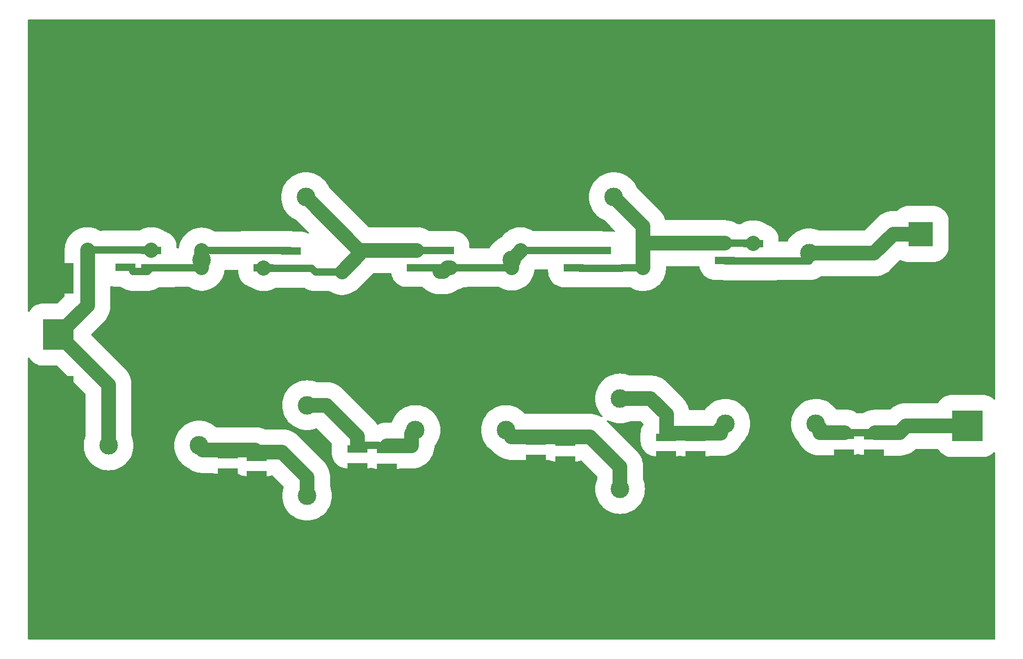
<source format=gbr>
%TF.GenerationSoftware,KiCad,Pcbnew,8.0.6-8.0.6-0~ubuntu24.04.1*%
%TF.CreationDate,2024-10-28T17:30:21+01:00*%
%TF.ProjectId,diplexer,6469706c-6578-4657-922e-6b696361645f,rev?*%
%TF.SameCoordinates,Original*%
%TF.FileFunction,Copper,L1,Top*%
%TF.FilePolarity,Positive*%
%FSLAX46Y46*%
G04 Gerber Fmt 4.6, Leading zero omitted, Abs format (unit mm)*
G04 Created by KiCad (PCBNEW 8.0.6-8.0.6-0~ubuntu24.04.1) date 2024-10-28 17:30:21*
%MOMM*%
%LPD*%
G01*
G04 APERTURE LIST*
%TA.AperFunction,SMDPad,CuDef*%
%ADD10R,3.180000X1.190000*%
%TD*%
%TA.AperFunction,ComponentPad*%
%ADD11C,3.000000*%
%TD*%
%TA.AperFunction,ComponentPad*%
%ADD12C,5.600000*%
%TD*%
%TA.AperFunction,SMDPad,CuDef*%
%ADD13R,5.000000X5.000000*%
%TD*%
%TA.AperFunction,SMDPad,CuDef*%
%ADD14R,4.000000X4.000000*%
%TD*%
%TA.AperFunction,ViaPad*%
%ADD15C,0.600000*%
%TD*%
%TA.AperFunction,Conductor*%
%ADD16C,1.189800*%
%TD*%
%TA.AperFunction,Conductor*%
%ADD17C,2.390000*%
%TD*%
G04 APERTURE END LIST*
D10*
%TO.P,C17,1*%
%TO.N,Net-(C17-Pad1)*%
X90400000Y-98678000D03*
%TO.P,C17,2*%
%TO.N,GND*%
X90400000Y-101500000D03*
%TD*%
D11*
%TO.P,L10,1,1*%
%TO.N,Net-(J1-In)*%
X45487500Y-98000000D03*
%TO.P,L10,2,2*%
%TO.N,Net-(C16-Pad1)*%
X60087500Y-98000000D03*
%TD*%
D10*
%TO.P,C6,1*%
%TO.N,GND*%
X64700000Y-102300000D03*
%TO.P,C6,2*%
%TO.N,Net-(C16-Pad1)*%
X64700000Y-99478000D03*
%TD*%
%TO.P,C14,1*%
%TO.N,Net-(C13-Pad2)*%
X124925000Y-66589000D03*
%TO.P,C14,2*%
%TO.N,Net-(C14-Pad2)*%
X124925000Y-69411000D03*
%TD*%
%TO.P,C4,1*%
%TO.N,Net-(C13-Pad2)*%
X120500000Y-66529000D03*
%TO.P,C4,2*%
%TO.N,Net-(C14-Pad2)*%
X120500000Y-69351000D03*
%TD*%
D12*
%TO.P,J5,1,Pin_1*%
%TO.N,GND*%
X36500000Y-47500000D03*
%TD*%
D10*
%TO.P,C19,1*%
%TO.N,Net-(C19-Pad1)*%
X140175000Y-96678000D03*
%TO.P,C19,2*%
%TO.N,GND*%
X140175000Y-99500000D03*
%TD*%
D11*
%TO.P,L2,1,1*%
%TO.N,Net-(C12-Pad2)*%
X77340000Y-57940000D03*
%TO.P,L2,2,2*%
%TO.N,GND*%
X91940000Y-57940000D03*
%TD*%
D13*
%TO.P,J3,1,In*%
%TO.N,Net-(J3-In)*%
X184000000Y-94850000D03*
%TO.P,J3,2,Ext*%
%TO.N,GND*%
X184000000Y-103960000D03*
%TO.P,J3,3*%
X184000000Y-85750000D03*
%TD*%
D11*
%TO.P,L4,1,1*%
%TO.N,Net-(C14-Pad2)*%
X126987500Y-57940000D03*
%TO.P,L4,2,2*%
%TO.N,GND*%
X141587500Y-57940000D03*
%TD*%
D14*
%TO.P,J2,1,In*%
%TO.N,Net-(J2-In)*%
X176500000Y-63890000D03*
%TO.P,J2,2,Ext*%
%TO.N,GND*%
X185500000Y-57540000D03*
%TO.P,J2,3*%
X185500000Y-70240000D03*
%TD*%
D10*
%TO.P,C13,1*%
%TO.N,Net-(C12-Pad2)*%
X95175000Y-66514000D03*
%TO.P,C13,2*%
%TO.N,Net-(C13-Pad2)*%
X95175000Y-69336000D03*
%TD*%
D11*
%TO.P,L6,1,1*%
%TO.N,Net-(C19-Pad1)*%
X144987500Y-94500000D03*
%TO.P,L6,2,2*%
%TO.N,Net-(J3-In)*%
X159587500Y-94500000D03*
%TD*%
D12*
%TO.P,J7,1,Pin_1*%
%TO.N,GND*%
X185500000Y-47500000D03*
%TD*%
D11*
%TO.P,L7,1,1*%
%TO.N,Net-(C18-Pad1)*%
X128000000Y-105012500D03*
%TO.P,L7,2,2*%
%TO.N,Net-(C19-Pad1)*%
X128000000Y-90412500D03*
%TD*%
D10*
%TO.P,C1,1*%
%TO.N,Net-(J1-In)*%
X52375000Y-66550000D03*
%TO.P,C1,2*%
%TO.N,Net-(C1-Pad2)*%
X52375000Y-69372000D03*
%TD*%
%TO.P,C7,1*%
%TO.N,GND*%
X85600000Y-101400000D03*
%TO.P,C7,2*%
%TO.N,Net-(C17-Pad1)*%
X85600000Y-98578000D03*
%TD*%
D11*
%TO.P,L9,1,1*%
%TO.N,Net-(C16-Pad1)*%
X77500000Y-106100000D03*
%TO.P,L9,2,2*%
%TO.N,Net-(C17-Pad1)*%
X77500000Y-91500000D03*
%TD*%
D12*
%TO.P,J11,1,Pin_1*%
%TO.N,GND*%
X185500000Y-79500000D03*
%TD*%
%TO.P,J10,1,Pin_1*%
%TO.N,GND*%
X134500000Y-79500000D03*
%TD*%
%TO.P,J8,1,Pin_1*%
%TO.N,GND*%
X50500000Y-79500000D03*
%TD*%
D11*
%TO.P,L8,1,1*%
%TO.N,Net-(C17-Pad1)*%
X94987500Y-95500000D03*
%TO.P,L8,2,2*%
%TO.N,Net-(C18-Pad1)*%
X109587500Y-95500000D03*
%TD*%
D10*
%TO.P,C15,1*%
%TO.N,Net-(C14-Pad2)*%
X144900000Y-65375000D03*
%TO.P,C15,2*%
%TO.N,Net-(J2-In)*%
X144900000Y-68197000D03*
%TD*%
%TO.P,C20,1*%
%TO.N,Net-(J3-In)*%
X168975000Y-96417000D03*
%TO.P,C20,2*%
%TO.N,GND*%
X168975000Y-99239000D03*
%TD*%
%TO.P,C11,1*%
%TO.N,Net-(J1-In)*%
X48175000Y-66460000D03*
%TO.P,C11,2*%
%TO.N,Net-(C1-Pad2)*%
X48175000Y-69282000D03*
%TD*%
D11*
%TO.P,L1,1,1*%
%TO.N,Net-(C1-Pad2)*%
X60500000Y-68100000D03*
%TO.P,L1,2,2*%
%TO.N,GND*%
X60500000Y-53500000D03*
%TD*%
D13*
%TO.P,J1,1,In*%
%TO.N,Net-(J1-In)*%
X37400000Y-80110000D03*
%TO.P,J1,2,Ext*%
%TO.N,GND*%
X37400000Y-71000000D03*
%TO.P,J1,3*%
X37400000Y-89210000D03*
%TD*%
D10*
%TO.P,C5,1*%
%TO.N,Net-(C14-Pad2)*%
X149475000Y-65450000D03*
%TO.P,C5,2*%
%TO.N,Net-(J2-In)*%
X149475000Y-68272000D03*
%TD*%
%TO.P,C10,1*%
%TO.N,GND*%
X164100000Y-99200000D03*
%TO.P,C10,2*%
%TO.N,Net-(J3-In)*%
X164100000Y-96378000D03*
%TD*%
D12*
%TO.P,J6,1,Pin_1*%
%TO.N,GND*%
X185500000Y-111500000D03*
%TD*%
D10*
%TO.P,C2,1*%
%TO.N,Net-(C1-Pad2)*%
X70500000Y-66529000D03*
%TO.P,C2,2*%
%TO.N,Net-(C12-Pad2)*%
X70500000Y-69351000D03*
%TD*%
%TO.P,C18,1*%
%TO.N,Net-(C18-Pad1)*%
X119200000Y-97478000D03*
%TO.P,C18,2*%
%TO.N,GND*%
X119200000Y-100300000D03*
%TD*%
%TO.P,C8,1*%
%TO.N,GND*%
X114400000Y-100100000D03*
%TO.P,C8,2*%
%TO.N,Net-(C18-Pad1)*%
X114400000Y-97278000D03*
%TD*%
%TO.P,C9,1*%
%TO.N,GND*%
X135400000Y-99479000D03*
%TO.P,C9,2*%
%TO.N,Net-(C19-Pad1)*%
X135400000Y-96657000D03*
%TD*%
%TO.P,C12,1*%
%TO.N,Net-(C1-Pad2)*%
X74900000Y-66625000D03*
%TO.P,C12,2*%
%TO.N,Net-(C12-Pad2)*%
X74900000Y-69447000D03*
%TD*%
D11*
%TO.P,L5,1,1*%
%TO.N,Net-(J2-In)*%
X158500000Y-67012500D03*
%TO.P,L5,2,2*%
%TO.N,GND*%
X158500000Y-52412500D03*
%TD*%
D10*
%TO.P,C16,1*%
%TO.N,Net-(C16-Pad1)*%
X69400000Y-99878000D03*
%TO.P,C16,2*%
%TO.N,GND*%
X69400000Y-102700000D03*
%TD*%
D11*
%TO.P,L3,1,1*%
%TO.N,Net-(C13-Pad2)*%
X110500000Y-68100000D03*
%TO.P,L3,2,2*%
%TO.N,GND*%
X110500000Y-53500000D03*
%TD*%
D10*
%TO.P,C3,1*%
%TO.N,Net-(C12-Pad2)*%
X99610000Y-66529000D03*
%TO.P,C3,2*%
%TO.N,Net-(C13-Pad2)*%
X99610000Y-69351000D03*
%TD*%
D12*
%TO.P,J4,1,Pin_1*%
%TO.N,GND*%
X36500000Y-111500000D03*
%TD*%
%TO.P,J9,1,Pin_1*%
%TO.N,GND*%
X96500000Y-79500000D03*
%TD*%
D15*
%TO.N,GND*%
X85000000Y-110000000D03*
X80000000Y-45000000D03*
X80000000Y-85000000D03*
X115000000Y-85000000D03*
X170000000Y-75000000D03*
X60000000Y-110000000D03*
X130000000Y-110000000D03*
X65000000Y-45000000D03*
X95000000Y-75000000D03*
X155000000Y-45000000D03*
X100000000Y-110000000D03*
X75000000Y-85000000D03*
X85000000Y-85000000D03*
X75000000Y-85000000D03*
X90000000Y-85000000D03*
X50000000Y-110000000D03*
X150000000Y-45000000D03*
X125000000Y-75000000D03*
X145000000Y-75000000D03*
X110000000Y-85000000D03*
X90000000Y-110000000D03*
X150000000Y-85000000D03*
X175000000Y-85000000D03*
X135000000Y-45000000D03*
X120000000Y-75000000D03*
X115000000Y-110000000D03*
X70000000Y-75000000D03*
X135000000Y-85000000D03*
X60000000Y-45000000D03*
X120000000Y-45000000D03*
X140000000Y-45000000D03*
X105000000Y-75000000D03*
X75000000Y-110000000D03*
X110000000Y-75000000D03*
X150000000Y-110000000D03*
X100000000Y-85000000D03*
X95000000Y-45000000D03*
X75000000Y-45000000D03*
X175000000Y-75000000D03*
X145000000Y-110000000D03*
X85000000Y-45000000D03*
X120000000Y-110000000D03*
X65000000Y-75000000D03*
X130000000Y-45000000D03*
X145000000Y-85000000D03*
X165000000Y-110000000D03*
X160000000Y-45000000D03*
X55000000Y-45000000D03*
X125000000Y-110000000D03*
X130000000Y-85000000D03*
X65000000Y-85000000D03*
X120000000Y-85000000D03*
X115000000Y-75000000D03*
X140000000Y-110000000D03*
X125000000Y-85000000D03*
X135000000Y-110000000D03*
X50000000Y-45000000D03*
X55000000Y-75000000D03*
X165000000Y-75000000D03*
X70000000Y-110000000D03*
X155000000Y-75000000D03*
X55000000Y-110000000D03*
X145000000Y-45000000D03*
X105000000Y-45000000D03*
X115000000Y-45000000D03*
X60000000Y-75000000D03*
X105000000Y-85000000D03*
X170000000Y-110000000D03*
X50000000Y-75000000D03*
X110000000Y-45000000D03*
X45000000Y-45000000D03*
X95000000Y-110000000D03*
X105000000Y-110000000D03*
X155000000Y-85000000D03*
X90000000Y-75000000D03*
X160000000Y-110000000D03*
X65000000Y-110000000D03*
X140000000Y-75000000D03*
X165000000Y-45000000D03*
X180000000Y-45000000D03*
X140000000Y-85000000D03*
X150000000Y-75000000D03*
X180000000Y-85000000D03*
X50000000Y-85000000D03*
X130000000Y-75000000D03*
X125000000Y-45000000D03*
X100000000Y-75000000D03*
X70000000Y-45000000D03*
X180000000Y-75000000D03*
X95000000Y-85000000D03*
X135000000Y-75000000D03*
X170000000Y-85000000D03*
X60000000Y-85000000D03*
X155000000Y-110000000D03*
X175000000Y-110000000D03*
X170000000Y-45000000D03*
X180000000Y-110000000D03*
X110000000Y-110000000D03*
X160000000Y-85000000D03*
X85000000Y-75000000D03*
X55000000Y-85000000D03*
X175000000Y-45000000D03*
X70000000Y-85000000D03*
X75000000Y-75000000D03*
X80000000Y-110000000D03*
X90000000Y-45000000D03*
X160000000Y-75000000D03*
X165000000Y-85000000D03*
X80000000Y-75000000D03*
X100000000Y-45000000D03*
%TD*%
D16*
%TO.N,Net-(J2-In)*%
X149475000Y-68272000D02*
X144975000Y-68272000D01*
X144975000Y-68272000D02*
X144900000Y-68197000D01*
%TO.N,Net-(C13-Pad2)*%
X120287600Y-66529000D02*
X124865000Y-66529000D01*
X124865000Y-66529000D02*
X124925000Y-66589000D01*
%TO.N,Net-(C12-Pad2)*%
X95175000Y-66514000D02*
X99595000Y-66514000D01*
X99595000Y-66514000D02*
X99610000Y-66529000D01*
%TO.N,Net-(C1-Pad2)*%
X70287600Y-66529000D02*
X74804000Y-66529000D01*
X74804000Y-66529000D02*
X74900000Y-66625000D01*
X60500000Y-66560800D02*
X67088300Y-66560800D01*
X52375000Y-69372000D02*
X51806800Y-69940200D01*
X52375000Y-69372000D02*
X55754900Y-69372000D01*
X60500000Y-69340200D02*
X55786700Y-69340200D01*
X55786700Y-69340200D02*
X55754900Y-69372000D01*
D17*
X60500000Y-69340200D02*
X60500000Y-68100000D01*
X60500000Y-68100000D02*
X60500000Y-66560800D01*
D16*
X70287600Y-66529000D02*
X67120100Y-66529000D01*
X67088300Y-66560800D02*
X67120100Y-66529000D01*
X70500000Y-66529000D02*
X70287600Y-66529000D01*
X51806800Y-69940200D02*
X49364800Y-69940200D01*
%TO.N,Net-(J1-In)*%
X51554900Y-66460000D02*
X51586700Y-66491800D01*
D17*
X45487500Y-98000000D02*
X45487500Y-88197500D01*
X42096700Y-75413300D02*
X42096700Y-66491800D01*
D16*
X48175000Y-66460000D02*
X51554900Y-66460000D01*
X51586700Y-66491800D02*
X52375000Y-66491800D01*
D17*
X52375000Y-66550000D02*
X52375000Y-66491800D01*
D16*
X48175000Y-66460000D02*
X44795100Y-66460000D01*
X42096700Y-66491800D02*
X44763300Y-66491800D01*
D17*
X45487500Y-88197500D02*
X37400000Y-80110000D01*
D16*
X44763300Y-66491800D02*
X44795100Y-66460000D01*
D17*
X37400000Y-80110000D02*
X42096700Y-75413300D01*
%TO.N,Net-(J3-In)*%
X171065000Y-95939000D02*
X173055000Y-95939000D01*
X171065000Y-95939000D02*
X171065000Y-95931800D01*
X184000000Y-94850000D02*
X174144000Y-94850000D01*
D16*
X171065000Y-95931800D02*
X167611700Y-95931800D01*
D17*
X169075000Y-95939000D02*
X171065000Y-95939000D01*
D16*
X167611700Y-95931800D02*
X167579900Y-95900000D01*
D17*
X159587500Y-94500000D02*
X160220000Y-95132500D01*
X164200000Y-95900000D02*
X160220000Y-95900000D01*
X174144000Y-94850000D02*
X173055000Y-95939000D01*
D16*
X164200000Y-95900000D02*
X167579900Y-95900000D01*
D17*
X160220000Y-95132500D02*
X160220000Y-95900000D01*
D16*
%TO.N,Net-(C12-Pad2)*%
X78848100Y-70015200D02*
X78279900Y-69447000D01*
X83153800Y-70015200D02*
X78848100Y-70015200D01*
D17*
X85914000Y-66514000D02*
X85914000Y-67255000D01*
X70500000Y-69351000D02*
X70500000Y-69415200D01*
D16*
X74900000Y-69447000D02*
X78279900Y-69447000D01*
X71488300Y-69415200D02*
X70500000Y-69415200D01*
D17*
X95175000Y-66514000D02*
X85914000Y-66514000D01*
X85914000Y-66514000D02*
X77340000Y-57940000D01*
D16*
X71520100Y-69447000D02*
X71488300Y-69415200D01*
D17*
X85914000Y-67255000D02*
X83153800Y-70015200D01*
D16*
X74900000Y-69447000D02*
X71520100Y-69447000D01*
%TO.N,Net-(C13-Pad2)*%
X98554900Y-69564900D02*
X98554900Y-69336000D01*
D17*
X100084000Y-69351000D02*
X99530800Y-69904200D01*
D16*
X98894200Y-69904200D02*
X98554900Y-69564900D01*
X100084000Y-69351000D02*
X100558000Y-69351000D01*
D17*
X100655000Y-69351000D02*
X100558000Y-69351000D01*
D16*
X100655000Y-69351000D02*
X102989900Y-69351000D01*
D17*
X110500000Y-68100000D02*
X110500000Y-69319200D01*
D16*
X120500000Y-66529000D02*
X120287600Y-66529000D01*
X120287600Y-66529000D02*
X117120100Y-66529000D01*
X95175000Y-69336000D02*
X98554900Y-69336000D01*
X99610000Y-69351000D02*
X100084000Y-69351000D01*
X111934700Y-66529000D02*
X117120100Y-66529000D01*
D17*
X110500000Y-68100000D02*
X111934700Y-66665300D01*
D16*
X103021700Y-69319200D02*
X102989900Y-69351000D01*
D17*
X111934700Y-66665300D02*
X111934700Y-66529000D01*
X99530800Y-69904200D02*
X98894200Y-69904200D01*
D16*
X110500000Y-69319200D02*
X103021700Y-69319200D01*
%TO.N,Net-(C14-Pad2)*%
X121513300Y-69379200D02*
X120500000Y-69379200D01*
X144900000Y-65375000D02*
X148279900Y-65375000D01*
D17*
X149475000Y-65450000D02*
X149475000Y-65406800D01*
D16*
X131705000Y-69379200D02*
X128336700Y-69379200D01*
X121545100Y-69411000D02*
X121513300Y-69379200D01*
X148311700Y-65406800D02*
X149475000Y-65406800D01*
X124925000Y-69411000D02*
X128304900Y-69411000D01*
X148279900Y-65375000D02*
X148311700Y-65406800D01*
X124925000Y-69411000D02*
X121545100Y-69411000D01*
D17*
X126987500Y-57940000D02*
X131705000Y-62657500D01*
D16*
X128336700Y-69379200D02*
X128304900Y-69411000D01*
D17*
X131705000Y-65375000D02*
X144900000Y-65375000D01*
X131705000Y-65375000D02*
X131705000Y-69379200D01*
X131705000Y-62657500D02*
X131705000Y-65375000D01*
%TO.N,Net-(C16-Pad1)*%
X69500000Y-99089000D02*
X73480000Y-99089000D01*
X69161000Y-98750000D02*
X69500000Y-99089000D01*
X64650000Y-98750000D02*
X60670000Y-98750000D01*
X60087500Y-98000000D02*
X60670000Y-98582500D01*
X77500000Y-106100000D02*
X77500000Y-103109000D01*
X64650000Y-98750000D02*
X69161000Y-98750000D01*
X60670000Y-98582500D02*
X60670000Y-98750000D01*
X77500000Y-103109000D02*
X73480000Y-99089000D01*
%TO.N,Net-(C17-Pad1)*%
X80613500Y-91500000D02*
X85600000Y-96486500D01*
X92365000Y-98025000D02*
X92365000Y-98010800D01*
X94987500Y-95500000D02*
X94355000Y-96132500D01*
D16*
X85600000Y-97979000D02*
X88979900Y-97979000D01*
X89011700Y-98010800D02*
X88979900Y-97979000D01*
D17*
X94355000Y-96132500D02*
X94355000Y-98025000D01*
X90375000Y-98025000D02*
X92365000Y-98025000D01*
X85600000Y-97979000D02*
X85600000Y-96486500D01*
X92365000Y-98025000D02*
X94355000Y-98025000D01*
X77500000Y-91500000D02*
X80613500Y-91500000D01*
D16*
X92365000Y-98010800D02*
X89011700Y-98010800D01*
D17*
%TO.N,Net-(C18-Pad1)*%
X109587500Y-95500000D02*
X110420000Y-96332500D01*
X117210000Y-96614000D02*
X114414000Y-96614000D01*
X128000000Y-101434000D02*
X123180000Y-96614000D01*
X114400000Y-96600000D02*
X110420000Y-96600000D01*
X110420000Y-96332500D02*
X110420000Y-96600000D01*
X119200000Y-96614000D02*
X117210000Y-96614000D01*
X119200000Y-96614000D02*
X123180000Y-96614000D01*
X114414000Y-96614000D02*
X114400000Y-96600000D01*
X128000000Y-105012500D02*
X128000000Y-101434000D01*
%TO.N,Net-(C19-Pad1)*%
X135500000Y-95979000D02*
X135500000Y-92994000D01*
X144255000Y-95232500D02*
X144987500Y-94500000D01*
X144255000Y-96000000D02*
X144255000Y-95232500D01*
X139501000Y-96000000D02*
X140275000Y-96000000D01*
X128000000Y-90412500D02*
X132918500Y-90412500D01*
X140275000Y-96000000D02*
X144255000Y-96000000D01*
X132918500Y-90412500D02*
X135500000Y-92994000D01*
X135500000Y-95979000D02*
X139480000Y-95979000D01*
X139480000Y-95979000D02*
X139501000Y-96000000D01*
D16*
%TO.N,Net-(J2-In)*%
X158500000Y-68240200D02*
X152886700Y-68240200D01*
D17*
X168987500Y-67012500D02*
X158500000Y-67012500D01*
D16*
X149687500Y-68272000D02*
X152854900Y-68272000D01*
D17*
X176500000Y-63890000D02*
X172110000Y-63890000D01*
D16*
X149475000Y-68272000D02*
X149687500Y-68272000D01*
D17*
X172110000Y-63890000D02*
X168987500Y-67012500D01*
D16*
X152886700Y-68240200D02*
X152854900Y-68272000D01*
%TD*%
%TA.AperFunction,Conductor*%
%TO.N,GND*%
G36*
X188442539Y-29320185D02*
G01*
X188488294Y-29372989D01*
X188499500Y-29424500D01*
X188499500Y-90513896D01*
X188479815Y-90580935D01*
X188427011Y-90626690D01*
X188357853Y-90636634D01*
X188294297Y-90607609D01*
X188287819Y-90601577D01*
X188156879Y-90470637D01*
X187908277Y-90277802D01*
X187908271Y-90277798D01*
X187908268Y-90277796D01*
X187739345Y-90177894D01*
X187637447Y-90117632D01*
X187348684Y-89992674D01*
X187046551Y-89904895D01*
X187046543Y-89904893D01*
X186735782Y-89855674D01*
X186604844Y-89849500D01*
X186604840Y-89849500D01*
X181395160Y-89849500D01*
X181395156Y-89849500D01*
X181264219Y-89855674D01*
X181264214Y-89855674D01*
X180953456Y-89904893D01*
X180953448Y-89904895D01*
X180651315Y-89992674D01*
X180362552Y-90117632D01*
X180201094Y-90213119D01*
X180091732Y-90277796D01*
X180091728Y-90277798D01*
X180091723Y-90277802D01*
X180091722Y-90277802D01*
X179843120Y-90470637D01*
X179843120Y-90470638D01*
X179620638Y-90693120D01*
X179620637Y-90693120D01*
X179427802Y-90941722D01*
X179427797Y-90941729D01*
X179353196Y-91067872D01*
X179339015Y-91091853D01*
X179337969Y-91093621D01*
X179286900Y-91141305D01*
X179231237Y-91154500D01*
X174325549Y-91154500D01*
X173962452Y-91154500D01*
X173880038Y-91162616D01*
X173601104Y-91190088D01*
X173245004Y-91260920D01*
X173244993Y-91260923D01*
X172897520Y-91366327D01*
X172562062Y-91505279D01*
X172562057Y-91505281D01*
X172241853Y-91676434D01*
X172241825Y-91676451D01*
X171939955Y-91878153D01*
X171939932Y-91878170D01*
X171659261Y-92108512D01*
X171613407Y-92154367D01*
X171560591Y-92207182D01*
X171499271Y-92240666D01*
X171472912Y-92243500D01*
X171325744Y-92243500D01*
X171313591Y-92242903D01*
X171290877Y-92240666D01*
X171246548Y-92236300D01*
X170883452Y-92236300D01*
X170839123Y-92240666D01*
X170816409Y-92242903D01*
X170804256Y-92243500D01*
X168893452Y-92243500D01*
X168811038Y-92251616D01*
X168532104Y-92279088D01*
X168176004Y-92349920D01*
X168175993Y-92349923D01*
X167828520Y-92455327D01*
X167493062Y-92594279D01*
X167493057Y-92594281D01*
X167172841Y-92765441D01*
X167172838Y-92765443D01*
X167145514Y-92783701D01*
X167078837Y-92804580D01*
X167076622Y-92804600D01*
X166256746Y-92804600D01*
X166189707Y-92784915D01*
X166187855Y-92783702D01*
X166102164Y-92726445D01*
X166102163Y-92726444D01*
X166102158Y-92726441D01*
X166102153Y-92726438D01*
X166102146Y-92726434D01*
X165781942Y-92555281D01*
X165781937Y-92555279D01*
X165446479Y-92416327D01*
X165099006Y-92310923D01*
X165098995Y-92310920D01*
X164742895Y-92240088D01*
X164470742Y-92213284D01*
X164381548Y-92204500D01*
X164381545Y-92204500D01*
X162928114Y-92204500D01*
X162861075Y-92184815D01*
X162828516Y-92154367D01*
X162790783Y-92103490D01*
X162683658Y-91959049D01*
X162683653Y-91959043D01*
X162419692Y-91667807D01*
X162128456Y-91403846D01*
X161812736Y-91169692D01*
X161475600Y-90967620D01*
X161120272Y-90799562D01*
X161120270Y-90799561D01*
X160750184Y-90667143D01*
X160368906Y-90571637D01*
X160368901Y-90571636D01*
X160368900Y-90571636D01*
X160224756Y-90550254D01*
X159980099Y-90513963D01*
X159980097Y-90513962D01*
X159980091Y-90513962D01*
X159587500Y-90494675D01*
X159194909Y-90513962D01*
X159194903Y-90513962D01*
X159194900Y-90513963D01*
X158806093Y-90571637D01*
X158424815Y-90667143D01*
X158054729Y-90799561D01*
X158054727Y-90799562D01*
X157699399Y-90967620D01*
X157362263Y-91169692D01*
X157046543Y-91403846D01*
X156755307Y-91667807D01*
X156491346Y-91959043D01*
X156257192Y-92274763D01*
X156055120Y-92611899D01*
X155887062Y-92967227D01*
X155887061Y-92967229D01*
X155754643Y-93337315D01*
X155659137Y-93718593D01*
X155622256Y-93967229D01*
X155601462Y-94107409D01*
X155582175Y-94500000D01*
X155601462Y-94892591D01*
X155601462Y-94892597D01*
X155601463Y-94892599D01*
X155606203Y-94924552D01*
X155647126Y-95200438D01*
X155659137Y-95281406D01*
X155754643Y-95662684D01*
X155887061Y-96032770D01*
X155887062Y-96032772D01*
X156055120Y-96388100D01*
X156257192Y-96725236D01*
X156491346Y-97040956D01*
X156652354Y-97218600D01*
X156755308Y-97332192D01*
X156816993Y-97388100D01*
X156827449Y-97397577D01*
X156858735Y-97442000D01*
X156875273Y-97481925D01*
X156875282Y-97481943D01*
X157046434Y-97802146D01*
X157046445Y-97802164D01*
X157248161Y-98104053D01*
X157248171Y-98104067D01*
X157478517Y-98384744D01*
X157735255Y-98641482D01*
X157735260Y-98641486D01*
X157735261Y-98641487D01*
X158015938Y-98871833D01*
X158317842Y-99073559D01*
X158317851Y-99073564D01*
X158317853Y-99073565D01*
X158638057Y-99244718D01*
X158638059Y-99244718D01*
X158638065Y-99244722D01*
X158973522Y-99383673D01*
X159320984Y-99489074D01*
X159320990Y-99489075D01*
X159320993Y-99489076D01*
X159321004Y-99489079D01*
X159677104Y-99559911D01*
X160038452Y-99595500D01*
X160038455Y-99595500D01*
X164381545Y-99595500D01*
X164381548Y-99595500D01*
X164742896Y-99559911D01*
X164812221Y-99546121D01*
X165098995Y-99489079D01*
X165099003Y-99489076D01*
X165099016Y-99489074D01*
X165132757Y-99478839D01*
X165168751Y-99473500D01*
X165794844Y-99473500D01*
X165869664Y-99469971D01*
X165925783Y-99467325D01*
X165925785Y-99467325D01*
X166236543Y-99418106D01*
X166236547Y-99418105D01*
X166305925Y-99397948D01*
X166440473Y-99358858D01*
X166510342Y-99359057D01*
X166524308Y-99364129D01*
X166536311Y-99369324D01*
X166585697Y-99383672D01*
X166838448Y-99457104D01*
X166838456Y-99457106D01*
X167149217Y-99506325D01*
X167280156Y-99512500D01*
X167280160Y-99512500D01*
X168106249Y-99512500D01*
X168142243Y-99517839D01*
X168175984Y-99528074D01*
X168175993Y-99528075D01*
X168176004Y-99528079D01*
X168482650Y-99589074D01*
X168532104Y-99598911D01*
X168893452Y-99634500D01*
X168893455Y-99634500D01*
X173236545Y-99634500D01*
X173236548Y-99634500D01*
X173597896Y-99598911D01*
X173734001Y-99571838D01*
X173953995Y-99528079D01*
X173954006Y-99528076D01*
X173954006Y-99528075D01*
X173954016Y-99528074D01*
X174301479Y-99422673D01*
X174636936Y-99283722D01*
X174957158Y-99112559D01*
X175259062Y-98910833D01*
X175539739Y-98680487D01*
X175638408Y-98581817D01*
X175699729Y-98548334D01*
X175726088Y-98545500D01*
X179231237Y-98545500D01*
X179298276Y-98565185D01*
X179337969Y-98606379D01*
X179427797Y-98758270D01*
X179427802Y-98758277D01*
X179620637Y-99006879D01*
X179843120Y-99229362D01*
X180091722Y-99422197D01*
X180091726Y-99422199D01*
X180091732Y-99422204D01*
X180362552Y-99582367D01*
X180651311Y-99707324D01*
X180705419Y-99723043D01*
X180953448Y-99795104D01*
X180953456Y-99795106D01*
X181264217Y-99844325D01*
X181395156Y-99850500D01*
X181395160Y-99850500D01*
X186604844Y-99850500D01*
X186679664Y-99846971D01*
X186735783Y-99844325D01*
X186735785Y-99844325D01*
X187046543Y-99795106D01*
X187046551Y-99795104D01*
X187214447Y-99746325D01*
X187348689Y-99707324D01*
X187637448Y-99582367D01*
X187908268Y-99422204D01*
X188008160Y-99344720D01*
X188156879Y-99229362D01*
X188156880Y-99229362D01*
X188287819Y-99098423D01*
X188349142Y-99064938D01*
X188418834Y-99069922D01*
X188474767Y-99111794D01*
X188499184Y-99177258D01*
X188499500Y-99186104D01*
X188499500Y-129175500D01*
X188479815Y-129242539D01*
X188427011Y-129288294D01*
X188375500Y-129299500D01*
X32624500Y-129299500D01*
X32557461Y-129279815D01*
X32511706Y-129227011D01*
X32500500Y-129175500D01*
X32500500Y-83918108D01*
X32520185Y-83851069D01*
X32572989Y-83805314D01*
X32642147Y-83795370D01*
X32705703Y-83824395D01*
X32731230Y-83854985D01*
X32798256Y-83968319D01*
X32827797Y-84018270D01*
X32827802Y-84018277D01*
X33020637Y-84266879D01*
X33243120Y-84489362D01*
X33491722Y-84682197D01*
X33491726Y-84682199D01*
X33491732Y-84682204D01*
X33762552Y-84842367D01*
X34051311Y-84967324D01*
X34105419Y-84983043D01*
X34353448Y-85055104D01*
X34353456Y-85055106D01*
X34664217Y-85104325D01*
X34795156Y-85110500D01*
X34795160Y-85110500D01*
X37122912Y-85110500D01*
X37189951Y-85130185D01*
X37210593Y-85146819D01*
X41755681Y-89691907D01*
X41789166Y-89753230D01*
X41792000Y-89779588D01*
X41792000Y-96431911D01*
X41784752Y-96473685D01*
X41654643Y-96837315D01*
X41559137Y-97218593D01*
X41505240Y-97581942D01*
X41501462Y-97607409D01*
X41482175Y-98000000D01*
X41501462Y-98392591D01*
X41501462Y-98392597D01*
X41501463Y-98392599D01*
X41559137Y-98781406D01*
X41654643Y-99162684D01*
X41787061Y-99532770D01*
X41787062Y-99532772D01*
X41955120Y-99888100D01*
X42157192Y-100225236D01*
X42157194Y-100225239D01*
X42374398Y-100518105D01*
X42391346Y-100540956D01*
X42655307Y-100832192D01*
X42946543Y-101096153D01*
X42946549Y-101096158D01*
X43262261Y-101330306D01*
X43262263Y-101330307D01*
X43599399Y-101532379D01*
X43599402Y-101532380D01*
X43599403Y-101532381D01*
X43954728Y-101700438D01*
X44324816Y-101832857D01*
X44706100Y-101928364D01*
X45094909Y-101986038D01*
X45487500Y-102005325D01*
X45880091Y-101986038D01*
X46268900Y-101928364D01*
X46650184Y-101832857D01*
X47020272Y-101700438D01*
X47375597Y-101532381D01*
X47712739Y-101330306D01*
X48028451Y-101096158D01*
X48319692Y-100832192D01*
X48583658Y-100540951D01*
X48817806Y-100225239D01*
X49019881Y-99888097D01*
X49187938Y-99532772D01*
X49320357Y-99162684D01*
X49415864Y-98781400D01*
X49473538Y-98392591D01*
X49492825Y-98000000D01*
X56082175Y-98000000D01*
X56101462Y-98392591D01*
X56101462Y-98392597D01*
X56101463Y-98392599D01*
X56159137Y-98781406D01*
X56254643Y-99162684D01*
X56387061Y-99532770D01*
X56387062Y-99532772D01*
X56555120Y-99888100D01*
X56757192Y-100225236D01*
X56757194Y-100225239D01*
X56974398Y-100518105D01*
X56991346Y-100540956D01*
X57255307Y-100832192D01*
X57546543Y-101096153D01*
X57546549Y-101096158D01*
X57862261Y-101330306D01*
X58199403Y-101532381D01*
X58199406Y-101532382D01*
X58199410Y-101532385D01*
X58269808Y-101565681D01*
X58295456Y-101581922D01*
X58339544Y-101618104D01*
X58465938Y-101721833D01*
X58767842Y-101923559D01*
X58767851Y-101923564D01*
X58767853Y-101923565D01*
X59088057Y-102094718D01*
X59088059Y-102094718D01*
X59088065Y-102094722D01*
X59423522Y-102233673D01*
X59770984Y-102339074D01*
X59770990Y-102339075D01*
X59770993Y-102339076D01*
X59771004Y-102339079D01*
X60127104Y-102409911D01*
X60488452Y-102445500D01*
X60851548Y-102445500D01*
X62295900Y-102445500D01*
X62330495Y-102450424D01*
X62563448Y-102518104D01*
X62563456Y-102518106D01*
X62874217Y-102567325D01*
X63005156Y-102573500D01*
X63005160Y-102573500D01*
X66394840Y-102573500D01*
X66408489Y-102572856D01*
X66476381Y-102589359D01*
X66477454Y-102589986D01*
X66672546Y-102705364D01*
X66672550Y-102705366D01*
X66672552Y-102705367D01*
X66961311Y-102830324D01*
X67015419Y-102846043D01*
X67263448Y-102918104D01*
X67263456Y-102918106D01*
X67574217Y-102967325D01*
X67705156Y-102973500D01*
X67705160Y-102973500D01*
X71094844Y-102973500D01*
X71169664Y-102969971D01*
X71225783Y-102967325D01*
X71225785Y-102967325D01*
X71536543Y-102918106D01*
X71536551Y-102918104D01*
X71687617Y-102874214D01*
X71838689Y-102830324D01*
X71870519Y-102816549D01*
X71939861Y-102807991D01*
X72002824Y-102838281D01*
X72007445Y-102842671D01*
X73726234Y-104561460D01*
X73759719Y-104622783D01*
X73755305Y-104690914D01*
X73667144Y-104937311D01*
X73571637Y-105318593D01*
X73571636Y-105318600D01*
X73513962Y-105707409D01*
X73494675Y-106100000D01*
X73513962Y-106492591D01*
X73513962Y-106492597D01*
X73513963Y-106492599D01*
X73571637Y-106881406D01*
X73667143Y-107262684D01*
X73799561Y-107632770D01*
X73799562Y-107632772D01*
X73967620Y-107988100D01*
X74039877Y-108108653D01*
X74169694Y-108325239D01*
X74182723Y-108342807D01*
X74403846Y-108640956D01*
X74667807Y-108932192D01*
X74959043Y-109196153D01*
X74959049Y-109196158D01*
X75274761Y-109430306D01*
X75274763Y-109430307D01*
X75611899Y-109632379D01*
X75611902Y-109632380D01*
X75611903Y-109632381D01*
X75967228Y-109800438D01*
X76337316Y-109932857D01*
X76718600Y-110028364D01*
X77107409Y-110086038D01*
X77500000Y-110105325D01*
X77892591Y-110086038D01*
X78281400Y-110028364D01*
X78662684Y-109932857D01*
X79032772Y-109800438D01*
X79388097Y-109632381D01*
X79725239Y-109430306D01*
X80040951Y-109196158D01*
X80332192Y-108932192D01*
X80596158Y-108640951D01*
X80830306Y-108325239D01*
X81032381Y-107988097D01*
X81200438Y-107632772D01*
X81332857Y-107262684D01*
X81428364Y-106881400D01*
X81486038Y-106492591D01*
X81505325Y-106100000D01*
X81486038Y-105707409D01*
X81428364Y-105318600D01*
X81332857Y-104937316D01*
X81202747Y-104573683D01*
X81195500Y-104531911D01*
X81195500Y-102927455D01*
X81194579Y-102918106D01*
X81159911Y-102566104D01*
X81136901Y-102450424D01*
X81089079Y-102210004D01*
X81089076Y-102209993D01*
X81089075Y-102209990D01*
X81089074Y-102209984D01*
X80983673Y-101862522D01*
X80844722Y-101527065D01*
X80834891Y-101508673D01*
X80673565Y-101206853D01*
X80673564Y-101206851D01*
X80673559Y-101206842D01*
X80606312Y-101106200D01*
X80471834Y-100904938D01*
X80241487Y-100624261D01*
X80241486Y-100624260D01*
X80241482Y-100624255D01*
X75964744Y-96347517D01*
X75684067Y-96117171D01*
X75684066Y-96117170D01*
X75684062Y-96117167D01*
X75382158Y-95915441D01*
X75382153Y-95915438D01*
X75382146Y-95915434D01*
X75061943Y-95744281D01*
X75061938Y-95744279D01*
X74726480Y-95605327D01*
X74379006Y-95499923D01*
X74378995Y-95499920D01*
X74022895Y-95429088D01*
X73750742Y-95402284D01*
X73661548Y-95393500D01*
X73661545Y-95393500D01*
X70739166Y-95393500D01*
X70691713Y-95384061D01*
X70407480Y-95266327D01*
X70263111Y-95222533D01*
X70060016Y-95160926D01*
X70060011Y-95160925D01*
X70060008Y-95160924D01*
X70059996Y-95160921D01*
X70054912Y-95159910D01*
X70054911Y-95159910D01*
X69703895Y-95090088D01*
X69431742Y-95063284D01*
X69342548Y-95054500D01*
X69342545Y-95054500D01*
X62842508Y-95054500D01*
X62775469Y-95034815D01*
X62759235Y-95022378D01*
X62628456Y-94903846D01*
X62613291Y-94892599D01*
X62312739Y-94669694D01*
X62286095Y-94653724D01*
X61975600Y-94467620D01*
X61620272Y-94299562D01*
X61620270Y-94299561D01*
X61250184Y-94167143D01*
X60868906Y-94071637D01*
X60868901Y-94071636D01*
X60868900Y-94071636D01*
X60662071Y-94040956D01*
X60480099Y-94013963D01*
X60480097Y-94013962D01*
X60480091Y-94013962D01*
X60087500Y-93994675D01*
X59694909Y-94013962D01*
X59694903Y-94013962D01*
X59694900Y-94013963D01*
X59306093Y-94071637D01*
X58924815Y-94167143D01*
X58554729Y-94299561D01*
X58554727Y-94299562D01*
X58199399Y-94467620D01*
X57862263Y-94669692D01*
X57546543Y-94903846D01*
X57255307Y-95167807D01*
X56991346Y-95459043D01*
X56757192Y-95774763D01*
X56555120Y-96111899D01*
X56387062Y-96467227D01*
X56387061Y-96467229D01*
X56254643Y-96837315D01*
X56159137Y-97218593D01*
X56105240Y-97581942D01*
X56101462Y-97607409D01*
X56082175Y-98000000D01*
X49492825Y-98000000D01*
X49473538Y-97607409D01*
X49415864Y-97218600D01*
X49320357Y-96837316D01*
X49190247Y-96473683D01*
X49183000Y-96431911D01*
X49183000Y-91500000D01*
X73494675Y-91500000D01*
X73513962Y-91892591D01*
X73513962Y-91892597D01*
X73513963Y-91892599D01*
X73571637Y-92281406D01*
X73667143Y-92662684D01*
X73799561Y-93032770D01*
X73799562Y-93032772D01*
X73967620Y-93388100D01*
X74165715Y-93718600D01*
X74169694Y-93725239D01*
X74383826Y-94013963D01*
X74403846Y-94040956D01*
X74667807Y-94332192D01*
X74946012Y-94584342D01*
X74959049Y-94596158D01*
X75274761Y-94830306D01*
X75274763Y-94830307D01*
X75611899Y-95032379D01*
X75611902Y-95032380D01*
X75611903Y-95032381D01*
X75967228Y-95200438D01*
X76337316Y-95332857D01*
X76718600Y-95428364D01*
X77107409Y-95486038D01*
X77500000Y-95505325D01*
X77892591Y-95486038D01*
X78281400Y-95428364D01*
X78662684Y-95332857D01*
X78999304Y-95212412D01*
X79069055Y-95208363D01*
X79128758Y-95241484D01*
X81487244Y-97599970D01*
X81520729Y-97661293D01*
X81522037Y-97707048D01*
X81515674Y-97747224D01*
X81509500Y-97878155D01*
X81509500Y-99277844D01*
X81515674Y-99408780D01*
X81515674Y-99408785D01*
X81564893Y-99719543D01*
X81564895Y-99719551D01*
X81652674Y-100021684D01*
X81777632Y-100310447D01*
X81811270Y-100367325D01*
X81937796Y-100581268D01*
X81937801Y-100581274D01*
X81937802Y-100581276D01*
X81937802Y-100581277D01*
X82130637Y-100829879D01*
X82353120Y-101052362D01*
X82601722Y-101245197D01*
X82601726Y-101245199D01*
X82601732Y-101245204D01*
X82872552Y-101405367D01*
X83161311Y-101530324D01*
X83168405Y-101532385D01*
X83463448Y-101618104D01*
X83463456Y-101618106D01*
X83774217Y-101667325D01*
X83905156Y-101673500D01*
X83905160Y-101673500D01*
X85402208Y-101673500D01*
X85414359Y-101674097D01*
X85418452Y-101674500D01*
X85781548Y-101674500D01*
X85785641Y-101674097D01*
X85797792Y-101673500D01*
X87294844Y-101673500D01*
X87369664Y-101669971D01*
X87425783Y-101667325D01*
X87425785Y-101667325D01*
X87736542Y-101618106D01*
X87736544Y-101618105D01*
X87736546Y-101618105D01*
X87811261Y-101596398D01*
X87881128Y-101596597D01*
X87895096Y-101601670D01*
X87961311Y-101630324D01*
X88015419Y-101646043D01*
X88263448Y-101718104D01*
X88263456Y-101718106D01*
X88574217Y-101767325D01*
X88705156Y-101773500D01*
X88705160Y-101773500D01*
X92094844Y-101773500D01*
X92169664Y-101769971D01*
X92225783Y-101767325D01*
X92225784Y-101767325D01*
X92511784Y-101722027D01*
X92531182Y-101720500D01*
X94536545Y-101720500D01*
X94536548Y-101720500D01*
X94897896Y-101684911D01*
X94967221Y-101671121D01*
X95253995Y-101614079D01*
X95254006Y-101614076D01*
X95254006Y-101614075D01*
X95254016Y-101614074D01*
X95601478Y-101508673D01*
X95936935Y-101369722D01*
X96257158Y-101198559D01*
X96559062Y-100996833D01*
X96839739Y-100766487D01*
X97096487Y-100509739D01*
X97326833Y-100229062D01*
X97528559Y-99927158D01*
X97699722Y-99606935D01*
X97838673Y-99271478D01*
X97944074Y-98924016D01*
X97944076Y-98924006D01*
X97944079Y-98923995D01*
X98009290Y-98596153D01*
X98014911Y-98567896D01*
X98050500Y-98206548D01*
X98050500Y-98125367D01*
X98070185Y-98058328D01*
X98082621Y-98042094D01*
X98083658Y-98040951D01*
X98317806Y-97725239D01*
X98519881Y-97388097D01*
X98687938Y-97032772D01*
X98820357Y-96662684D01*
X98915864Y-96281400D01*
X98973538Y-95892591D01*
X98992825Y-95500000D01*
X105582175Y-95500000D01*
X105601462Y-95892591D01*
X105601462Y-95892597D01*
X105601463Y-95892599D01*
X105659137Y-96281406D01*
X105754643Y-96662684D01*
X105887061Y-97032770D01*
X105887062Y-97032772D01*
X106055120Y-97388100D01*
X106186564Y-97607400D01*
X106257194Y-97725239D01*
X106370604Y-97878155D01*
X106491346Y-98040956D01*
X106755307Y-98332192D01*
X107030728Y-98581819D01*
X107046549Y-98596158D01*
X107362261Y-98830306D01*
X107555268Y-98945990D01*
X107587370Y-98973681D01*
X107678517Y-99084744D01*
X107935255Y-99341482D01*
X107935260Y-99341486D01*
X107935261Y-99341487D01*
X108215938Y-99571833D01*
X108517842Y-99773559D01*
X108517851Y-99773564D01*
X108517853Y-99773565D01*
X108838057Y-99944718D01*
X108838059Y-99944718D01*
X108838065Y-99944722D01*
X109173522Y-100083673D01*
X109520984Y-100189074D01*
X109520990Y-100189075D01*
X109520993Y-100189076D01*
X109521004Y-100189079D01*
X109877104Y-100259911D01*
X110238452Y-100295500D01*
X110601548Y-100295500D01*
X112168000Y-100295500D01*
X112202596Y-100300424D01*
X112263452Y-100318105D01*
X112263456Y-100318106D01*
X112574217Y-100367325D01*
X112705156Y-100373500D01*
X112705160Y-100373500D01*
X116094844Y-100373500D01*
X116199594Y-100368560D01*
X116225783Y-100367325D01*
X116475667Y-100327746D01*
X116544307Y-100336417D01*
X116761311Y-100430324D01*
X116761310Y-100430324D01*
X117063448Y-100518104D01*
X117063456Y-100518106D01*
X117374217Y-100567325D01*
X117505156Y-100573500D01*
X117505160Y-100573500D01*
X120894844Y-100573500D01*
X120969664Y-100569971D01*
X121025783Y-100567325D01*
X121025785Y-100567325D01*
X121336543Y-100518106D01*
X121336551Y-100518104D01*
X121638686Y-100430325D01*
X121638686Y-100430324D01*
X121638689Y-100430324D01*
X121653063Y-100424103D01*
X121722402Y-100415540D01*
X121785367Y-100445825D01*
X121789995Y-100450221D01*
X124268181Y-102928407D01*
X124301666Y-102989730D01*
X124304500Y-103016088D01*
X124304500Y-103444411D01*
X124297252Y-103486185D01*
X124167143Y-103849815D01*
X124071637Y-104231093D01*
X124020819Y-104573685D01*
X124013962Y-104619909D01*
X123994675Y-105012500D01*
X124013962Y-105405091D01*
X124013962Y-105405097D01*
X124013963Y-105405099D01*
X124071637Y-105793906D01*
X124167143Y-106175184D01*
X124299561Y-106545270D01*
X124299562Y-106545272D01*
X124467620Y-106900600D01*
X124669692Y-107237736D01*
X124669694Y-107237739D01*
X124688194Y-107262684D01*
X124903846Y-107553456D01*
X125167807Y-107844692D01*
X125459043Y-108108653D01*
X125459049Y-108108658D01*
X125774761Y-108342806D01*
X125774763Y-108342807D01*
X126111899Y-108544879D01*
X126111902Y-108544880D01*
X126111903Y-108544881D01*
X126467228Y-108712938D01*
X126837316Y-108845357D01*
X127218600Y-108940864D01*
X127607409Y-108998538D01*
X128000000Y-109017825D01*
X128392591Y-108998538D01*
X128781400Y-108940864D01*
X129162684Y-108845357D01*
X129532772Y-108712938D01*
X129888097Y-108544881D01*
X130225239Y-108342806D01*
X130540951Y-108108658D01*
X130832192Y-107844692D01*
X131096158Y-107553451D01*
X131330306Y-107237739D01*
X131532381Y-106900597D01*
X131700438Y-106545272D01*
X131832857Y-106175184D01*
X131928364Y-105793900D01*
X131986038Y-105405091D01*
X132005325Y-105012500D01*
X131986038Y-104619909D01*
X131928364Y-104231100D01*
X131832857Y-103849816D01*
X131702747Y-103486183D01*
X131695500Y-103444411D01*
X131695500Y-101252455D01*
X131690192Y-101198565D01*
X131659911Y-100891104D01*
X131589074Y-100534984D01*
X131573832Y-100484739D01*
X131551297Y-100410448D01*
X131483673Y-100187522D01*
X131386266Y-99952361D01*
X131344722Y-99852064D01*
X131340585Y-99844325D01*
X131173565Y-99531852D01*
X131173564Y-99531850D01*
X131173559Y-99531841D01*
X130971833Y-99229937D01*
X130741487Y-98949260D01*
X130741486Y-98949259D01*
X130741482Y-98949254D01*
X125887272Y-94095045D01*
X125853787Y-94033722D01*
X125858771Y-93964030D01*
X125900643Y-93908097D01*
X125966107Y-93883680D01*
X126034380Y-93898532D01*
X126038702Y-93901006D01*
X126111899Y-93944879D01*
X126111902Y-93944880D01*
X126111903Y-93944881D01*
X126467228Y-94112938D01*
X126837316Y-94245357D01*
X127218600Y-94340864D01*
X127607409Y-94398538D01*
X128000000Y-94417825D01*
X128392591Y-94398538D01*
X128781400Y-94340864D01*
X129162684Y-94245357D01*
X129526316Y-94115247D01*
X129568089Y-94108000D01*
X131336412Y-94108000D01*
X131403451Y-94127685D01*
X131424093Y-94144319D01*
X131745987Y-94466213D01*
X131779472Y-94527536D01*
X131774488Y-94597228D01*
X131756287Y-94629892D01*
X131737801Y-94653724D01*
X131577632Y-94924552D01*
X131452674Y-95213315D01*
X131364895Y-95515448D01*
X131364893Y-95515456D01*
X131315674Y-95826214D01*
X131315674Y-95826219D01*
X131309500Y-95957155D01*
X131309500Y-97356844D01*
X131315674Y-97487780D01*
X131315674Y-97487785D01*
X131364893Y-97798543D01*
X131364895Y-97798551D01*
X131452674Y-98100684D01*
X131577632Y-98389447D01*
X131616648Y-98455418D01*
X131737796Y-98660268D01*
X131737801Y-98660274D01*
X131737802Y-98660276D01*
X131737802Y-98660277D01*
X131930637Y-98908879D01*
X132153120Y-99131362D01*
X132401722Y-99324197D01*
X132401726Y-99324199D01*
X132401732Y-99324204D01*
X132672552Y-99484367D01*
X132961311Y-99609324D01*
X133015419Y-99625043D01*
X133263448Y-99697104D01*
X133263456Y-99697106D01*
X133574217Y-99746325D01*
X133705156Y-99752500D01*
X133705160Y-99752500D01*
X137094844Y-99752500D01*
X137169664Y-99748971D01*
X137225783Y-99746325D01*
X137225785Y-99746325D01*
X137536543Y-99697106D01*
X137536547Y-99697105D01*
X137597404Y-99679424D01*
X137632000Y-99674500D01*
X137870718Y-99674500D01*
X137905312Y-99679423D01*
X137933011Y-99687471D01*
X138038452Y-99718105D01*
X138038456Y-99718106D01*
X138349217Y-99767325D01*
X138480156Y-99773500D01*
X138480160Y-99773500D01*
X141869844Y-99773500D01*
X141944664Y-99769971D01*
X142000783Y-99767325D01*
X142000785Y-99767325D01*
X142311543Y-99718106D01*
X142311547Y-99718105D01*
X142372404Y-99700424D01*
X142407000Y-99695500D01*
X144436545Y-99695500D01*
X144436548Y-99695500D01*
X144797896Y-99659911D01*
X144867221Y-99646121D01*
X145153995Y-99589079D01*
X145154006Y-99589076D01*
X145154006Y-99589075D01*
X145154016Y-99589074D01*
X145501478Y-99483673D01*
X145836935Y-99344722D01*
X146157158Y-99173559D01*
X146459062Y-98971833D01*
X146739739Y-98741487D01*
X146996487Y-98484739D01*
X147226833Y-98204062D01*
X147428559Y-97902158D01*
X147599722Y-97581935D01*
X147622473Y-97527009D01*
X147653761Y-97482583D01*
X147698538Y-97442000D01*
X147819692Y-97332192D01*
X148083658Y-97040951D01*
X148317806Y-96725239D01*
X148519881Y-96388097D01*
X148687938Y-96032772D01*
X148820357Y-95662684D01*
X148915864Y-95281400D01*
X148973538Y-94892591D01*
X148992825Y-94500000D01*
X148973538Y-94107409D01*
X148915864Y-93718600D01*
X148820357Y-93337316D01*
X148687938Y-92967228D01*
X148519881Y-92611903D01*
X148485941Y-92555278D01*
X148362856Y-92349923D01*
X148317806Y-92274761D01*
X148083658Y-91959049D01*
X148083653Y-91959043D01*
X147819692Y-91667807D01*
X147528456Y-91403846D01*
X147212736Y-91169692D01*
X146875600Y-90967620D01*
X146520272Y-90799562D01*
X146520270Y-90799561D01*
X146150184Y-90667143D01*
X145768906Y-90571637D01*
X145768901Y-90571636D01*
X145768900Y-90571636D01*
X145624756Y-90550254D01*
X145380099Y-90513963D01*
X145380097Y-90513962D01*
X145380091Y-90513962D01*
X144987500Y-90494675D01*
X144594909Y-90513962D01*
X144594903Y-90513962D01*
X144594900Y-90513963D01*
X144206093Y-90571637D01*
X143824815Y-90667143D01*
X143454729Y-90799561D01*
X143454727Y-90799562D01*
X143099399Y-90967620D01*
X142762263Y-91169692D01*
X142446543Y-91403846D01*
X142155307Y-91667807D01*
X141891346Y-91959043D01*
X141891342Y-91959049D01*
X141672318Y-92254368D01*
X141616574Y-92296487D01*
X141572722Y-92304500D01*
X139880861Y-92304500D01*
X139868707Y-92303903D01*
X139661548Y-92283500D01*
X139661545Y-92283500D01*
X139228336Y-92283500D01*
X139161297Y-92263815D01*
X139115542Y-92211011D01*
X139106719Y-92183695D01*
X139089074Y-92094984D01*
X138983673Y-91747522D01*
X138869792Y-91472589D01*
X138844722Y-91412064D01*
X138840329Y-91403846D01*
X138673565Y-91091853D01*
X138673564Y-91091851D01*
X138673559Y-91091842D01*
X138471833Y-90789937D01*
X138241487Y-90509260D01*
X138241486Y-90509259D01*
X138241482Y-90509254D01*
X135403244Y-87671017D01*
X135122567Y-87440671D01*
X135122566Y-87440670D01*
X135122562Y-87440667D01*
X134820658Y-87238941D01*
X134820653Y-87238938D01*
X134820646Y-87238934D01*
X134500443Y-87067781D01*
X134500438Y-87067779D01*
X134164980Y-86928827D01*
X133817506Y-86823423D01*
X133817495Y-86823420D01*
X133461395Y-86752588D01*
X133189242Y-86725784D01*
X133100048Y-86717000D01*
X133100045Y-86717000D01*
X129568089Y-86717000D01*
X129526316Y-86709752D01*
X129162684Y-86579643D01*
X128781406Y-86484137D01*
X128781401Y-86484136D01*
X128781400Y-86484136D01*
X128637256Y-86462754D01*
X128392599Y-86426463D01*
X128392597Y-86426462D01*
X128392591Y-86426462D01*
X128000000Y-86407175D01*
X127607409Y-86426462D01*
X127607403Y-86426462D01*
X127607400Y-86426463D01*
X127218593Y-86484137D01*
X126837315Y-86579643D01*
X126467229Y-86712061D01*
X126467227Y-86712062D01*
X126111899Y-86880120D01*
X125774763Y-87082192D01*
X125459043Y-87316346D01*
X125167807Y-87580307D01*
X124903846Y-87871543D01*
X124669692Y-88187263D01*
X124467620Y-88524399D01*
X124299562Y-88879727D01*
X124299561Y-88879729D01*
X124167143Y-89249815D01*
X124071637Y-89631093D01*
X124018002Y-89992676D01*
X124013962Y-90019909D01*
X123994675Y-90412500D01*
X124013962Y-90805091D01*
X124013962Y-90805097D01*
X124013963Y-90805099D01*
X124071637Y-91193906D01*
X124167143Y-91575184D01*
X124299561Y-91945270D01*
X124299562Y-91945272D01*
X124467620Y-92300600D01*
X124669692Y-92637736D01*
X124669694Y-92637739D01*
X124867537Y-92904500D01*
X124903846Y-92953456D01*
X125112507Y-93183677D01*
X125142943Y-93246569D01*
X125134545Y-93315932D01*
X125089979Y-93369744D01*
X125023396Y-93390919D01*
X124962176Y-93376308D01*
X124761943Y-93269281D01*
X124761938Y-93269279D01*
X124426480Y-93130327D01*
X124079006Y-93024923D01*
X124078995Y-93024920D01*
X123722895Y-92954088D01*
X123450742Y-92927284D01*
X123361548Y-92918500D01*
X123361545Y-92918500D01*
X114729787Y-92918500D01*
X114717633Y-92917903D01*
X114581548Y-92904500D01*
X114581545Y-92904500D01*
X112689183Y-92904500D01*
X112622144Y-92884815D01*
X112597305Y-92863773D01*
X112419692Y-92667807D01*
X112128456Y-92403846D01*
X112055753Y-92349926D01*
X111812739Y-92169694D01*
X111812736Y-92169692D01*
X111475600Y-91967620D01*
X111120272Y-91799562D01*
X111120270Y-91799561D01*
X110750184Y-91667143D01*
X110368906Y-91571637D01*
X110368901Y-91571636D01*
X110368900Y-91571636D01*
X110224756Y-91550254D01*
X109980099Y-91513963D01*
X109980097Y-91513962D01*
X109980091Y-91513962D01*
X109587500Y-91494675D01*
X109194909Y-91513962D01*
X109194903Y-91513962D01*
X109194900Y-91513963D01*
X108806093Y-91571637D01*
X108424815Y-91667143D01*
X108054729Y-91799561D01*
X108054727Y-91799562D01*
X107699399Y-91967620D01*
X107362263Y-92169692D01*
X107046543Y-92403846D01*
X106755307Y-92667807D01*
X106491346Y-92959043D01*
X106257192Y-93274763D01*
X106055120Y-93611899D01*
X105887062Y-93967227D01*
X105887061Y-93967229D01*
X105754643Y-94337315D01*
X105659137Y-94718593D01*
X105612592Y-95032379D01*
X105601462Y-95107409D01*
X105582175Y-95500000D01*
X98992825Y-95500000D01*
X98973538Y-95107409D01*
X98915864Y-94718600D01*
X98820357Y-94337316D01*
X98687938Y-93967228D01*
X98519881Y-93611903D01*
X98457998Y-93508658D01*
X98317807Y-93274763D01*
X98317806Y-93274761D01*
X98083658Y-92959049D01*
X98078589Y-92953456D01*
X97819692Y-92667807D01*
X97528456Y-92403846D01*
X97455753Y-92349926D01*
X97212739Y-92169694D01*
X97212736Y-92169692D01*
X96875600Y-91967620D01*
X96520272Y-91799562D01*
X96520270Y-91799561D01*
X96150184Y-91667143D01*
X95768906Y-91571637D01*
X95768901Y-91571636D01*
X95768900Y-91571636D01*
X95624756Y-91550254D01*
X95380099Y-91513963D01*
X95380097Y-91513962D01*
X95380091Y-91513962D01*
X94987500Y-91494675D01*
X94594909Y-91513962D01*
X94594903Y-91513962D01*
X94594900Y-91513963D01*
X94206093Y-91571637D01*
X93824815Y-91667143D01*
X93454729Y-91799561D01*
X93454727Y-91799562D01*
X93099399Y-91967620D01*
X92762263Y-92169692D01*
X92446543Y-92403846D01*
X92155307Y-92667807D01*
X91891346Y-92959043D01*
X91657192Y-93274763D01*
X91455120Y-93611899D01*
X91287060Y-93967232D01*
X91287053Y-93967248D01*
X91211302Y-94178961D01*
X91197655Y-94206075D01*
X91181436Y-94230349D01*
X91163475Y-94263953D01*
X91114513Y-94313797D01*
X91054117Y-94329500D01*
X90193452Y-94329500D01*
X90114093Y-94337316D01*
X89832104Y-94365088D01*
X89476004Y-94435920D01*
X89475993Y-94435923D01*
X89128516Y-94541328D01*
X88922010Y-94626866D01*
X88852541Y-94634335D01*
X88790062Y-94603060D01*
X88771460Y-94581200D01*
X88571833Y-94282438D01*
X88341487Y-94001761D01*
X88341486Y-94001760D01*
X88341482Y-94001755D01*
X83098244Y-88758517D01*
X82817567Y-88528171D01*
X82817566Y-88528170D01*
X82817562Y-88528167D01*
X82515658Y-88326441D01*
X82515653Y-88326438D01*
X82515646Y-88326434D01*
X82195443Y-88155281D01*
X82195438Y-88155279D01*
X81859980Y-88016327D01*
X81512506Y-87910923D01*
X81512495Y-87910920D01*
X81156395Y-87840088D01*
X80884242Y-87813284D01*
X80795048Y-87804500D01*
X80795045Y-87804500D01*
X79068089Y-87804500D01*
X79026316Y-87797252D01*
X78662684Y-87667143D01*
X78612626Y-87654604D01*
X78281406Y-87571637D01*
X78281401Y-87571636D01*
X78281400Y-87571636D01*
X78137256Y-87550254D01*
X77892599Y-87513963D01*
X77892597Y-87513962D01*
X77892591Y-87513962D01*
X77500000Y-87494675D01*
X77107409Y-87513962D01*
X77107403Y-87513962D01*
X77107400Y-87513963D01*
X76718593Y-87571637D01*
X76337315Y-87667143D01*
X75967229Y-87799561D01*
X75967227Y-87799562D01*
X75611899Y-87967620D01*
X75274763Y-88169692D01*
X74959043Y-88403846D01*
X74667807Y-88667807D01*
X74403846Y-88959043D01*
X74169692Y-89274763D01*
X73967620Y-89611899D01*
X73799562Y-89967227D01*
X73799561Y-89967229D01*
X73667143Y-90337315D01*
X73571637Y-90718593D01*
X73534698Y-90967620D01*
X73513962Y-91107409D01*
X73494675Y-91500000D01*
X49183000Y-91500000D01*
X49183000Y-88015955D01*
X49178239Y-87967619D01*
X49147411Y-87654604D01*
X49132633Y-87580308D01*
X49076579Y-87298504D01*
X49076576Y-87298493D01*
X49076575Y-87298490D01*
X49076574Y-87298484D01*
X48971173Y-86951022D01*
X48874238Y-86717000D01*
X48832222Y-86615564D01*
X48761972Y-86484137D01*
X48661065Y-86295353D01*
X48661064Y-86295351D01*
X48661059Y-86295342D01*
X48459333Y-85993437D01*
X48228987Y-85712761D01*
X48228986Y-85712760D01*
X48228982Y-85712755D01*
X42713907Y-80197681D01*
X42680422Y-80136358D01*
X42685406Y-80066666D01*
X42713907Y-80022319D01*
X44838182Y-77898044D01*
X44838187Y-77898039D01*
X45068533Y-77617362D01*
X45270259Y-77315458D01*
X45441422Y-76995236D01*
X45580373Y-76659779D01*
X45685774Y-76312316D01*
X45685776Y-76312306D01*
X45685779Y-76312295D01*
X45756611Y-75956195D01*
X45792200Y-75594844D01*
X45792200Y-72415714D01*
X45811885Y-72348675D01*
X45864689Y-72302920D01*
X45933847Y-72292976D01*
X45950796Y-72296638D01*
X46038452Y-72322105D01*
X46038456Y-72322106D01*
X46349217Y-72371325D01*
X46480156Y-72377500D01*
X46480160Y-72377500D01*
X47413052Y-72377500D01*
X47480091Y-72397185D01*
X47490365Y-72404553D01*
X47570759Y-72468665D01*
X47852480Y-72645682D01*
X47865142Y-72653638D01*
X48178359Y-72804475D01*
X48178368Y-72804478D01*
X48178375Y-72804482D01*
X48178381Y-72804484D01*
X48506521Y-72919306D01*
X48506533Y-72919310D01*
X48845484Y-72996673D01*
X49190961Y-73035599D01*
X49190962Y-73035600D01*
X49190966Y-73035600D01*
X51980638Y-73035600D01*
X51980638Y-73035599D01*
X52326116Y-72996673D01*
X52368352Y-72987033D01*
X52665067Y-72919310D01*
X52993225Y-72804482D01*
X52996567Y-72802873D01*
X53306457Y-72653638D01*
X53306457Y-72653637D01*
X53306463Y-72653635D01*
X53483359Y-72542484D01*
X53572448Y-72486506D01*
X53638420Y-72467500D01*
X54069853Y-72467500D01*
X54071292Y-72467466D01*
X54071292Y-72467484D01*
X54074878Y-72467400D01*
X55928738Y-72467400D01*
X55928738Y-72467399D01*
X56173956Y-72439769D01*
X56204041Y-72436380D01*
X56217925Y-72435600D01*
X58443254Y-72435600D01*
X58510293Y-72455285D01*
X58512145Y-72456498D01*
X58597842Y-72513759D01*
X58597851Y-72513764D01*
X58597853Y-72513765D01*
X58918057Y-72684918D01*
X58918059Y-72684918D01*
X58918065Y-72684922D01*
X59253522Y-72823873D01*
X59600984Y-72929274D01*
X59600990Y-72929275D01*
X59600993Y-72929276D01*
X59601004Y-72929279D01*
X59939815Y-72996672D01*
X59957104Y-73000111D01*
X60318452Y-73035700D01*
X60318455Y-73035700D01*
X60681545Y-73035700D01*
X60681548Y-73035700D01*
X61042896Y-73000111D01*
X61148470Y-72979111D01*
X61398995Y-72929279D01*
X61399006Y-72929276D01*
X61399006Y-72929275D01*
X61399016Y-72929274D01*
X61746478Y-72823873D01*
X62081935Y-72684922D01*
X62402158Y-72513759D01*
X62704062Y-72312033D01*
X62984739Y-72081687D01*
X63241487Y-71824939D01*
X63471833Y-71544262D01*
X63673559Y-71242358D01*
X63844722Y-70922135D01*
X63983673Y-70586678D01*
X64089074Y-70239216D01*
X64089076Y-70239206D01*
X64089079Y-70239195D01*
X64152153Y-69922096D01*
X64159911Y-69883096D01*
X64171242Y-69768047D01*
X64197402Y-69703259D01*
X64254437Y-69662900D01*
X64294645Y-69656200D01*
X66285500Y-69656200D01*
X66352539Y-69675885D01*
X66398294Y-69728689D01*
X66409500Y-69780200D01*
X66409500Y-70050844D01*
X66415674Y-70181780D01*
X66415674Y-70181785D01*
X66464893Y-70492543D01*
X66464895Y-70492551D01*
X66552674Y-70794684D01*
X66677632Y-71083447D01*
X66716592Y-71149324D01*
X66837796Y-71354268D01*
X66837801Y-71354274D01*
X66837802Y-71354276D01*
X66837802Y-71354277D01*
X67030637Y-71602879D01*
X67253120Y-71825362D01*
X67501722Y-72018197D01*
X67501726Y-72018199D01*
X67501732Y-72018204D01*
X67772552Y-72178367D01*
X68061311Y-72303324D01*
X68242205Y-72355878D01*
X68286273Y-72379101D01*
X68295938Y-72387033D01*
X68597842Y-72588759D01*
X68597851Y-72588764D01*
X68597853Y-72588765D01*
X68918057Y-72759918D01*
X68918059Y-72759918D01*
X68918065Y-72759922D01*
X69253522Y-72898873D01*
X69600984Y-73004274D01*
X69600990Y-73004275D01*
X69600993Y-73004276D01*
X69601004Y-73004279D01*
X69939815Y-73071672D01*
X69957104Y-73075111D01*
X70318452Y-73110700D01*
X70318455Y-73110700D01*
X70681545Y-73110700D01*
X70681548Y-73110700D01*
X71042896Y-73075111D01*
X71112221Y-73061321D01*
X71398995Y-73004279D01*
X71399006Y-73004276D01*
X71399006Y-73004275D01*
X71399016Y-73004274D01*
X71746478Y-72898873D01*
X72081935Y-72759922D01*
X72402158Y-72588759D01*
X72440263Y-72563298D01*
X72506941Y-72542420D01*
X72509154Y-72542400D01*
X73200122Y-72542400D01*
X73203707Y-72542484D01*
X73203708Y-72542466D01*
X73205147Y-72542500D01*
X73205160Y-72542500D01*
X76594853Y-72542500D01*
X76596292Y-72542466D01*
X76596292Y-72542484D01*
X76599878Y-72542400D01*
X77016323Y-72542400D01*
X77082292Y-72561405D01*
X77348437Y-72728635D01*
X77348442Y-72728638D01*
X77661659Y-72879475D01*
X77661668Y-72879478D01*
X77661675Y-72879482D01*
X77661681Y-72879484D01*
X77989821Y-72994306D01*
X77989833Y-72994310D01*
X78328784Y-73071673D01*
X78674261Y-73110599D01*
X78674262Y-73110600D01*
X78674266Y-73110600D01*
X81097054Y-73110600D01*
X81164093Y-73130285D01*
X81165945Y-73131498D01*
X81251642Y-73188759D01*
X81251651Y-73188764D01*
X81251653Y-73188765D01*
X81571856Y-73359918D01*
X81571858Y-73359918D01*
X81571864Y-73359922D01*
X81907321Y-73498873D01*
X82254784Y-73604274D01*
X82254790Y-73604275D01*
X82254793Y-73604276D01*
X82254804Y-73604279D01*
X82478106Y-73648695D01*
X82610904Y-73675110D01*
X82972252Y-73710700D01*
X82972255Y-73710700D01*
X83335345Y-73710700D01*
X83335348Y-73710700D01*
X83696696Y-73675110D01*
X83872962Y-73640048D01*
X84052795Y-73604279D01*
X84052806Y-73604276D01*
X84052806Y-73604275D01*
X84052816Y-73604274D01*
X84400279Y-73498873D01*
X84735736Y-73359922D01*
X85055958Y-73188759D01*
X85357862Y-72987033D01*
X85638539Y-72756687D01*
X88149407Y-70245819D01*
X88210730Y-70212334D01*
X88237088Y-70209500D01*
X90991535Y-70209500D01*
X91058574Y-70229185D01*
X91104329Y-70281989D01*
X91114008Y-70314103D01*
X91139893Y-70477541D01*
X91139895Y-70477551D01*
X91227674Y-70779684D01*
X91352632Y-71068447D01*
X91373945Y-71104484D01*
X91512796Y-71339268D01*
X91512801Y-71339274D01*
X91512802Y-71339276D01*
X91512802Y-71339277D01*
X91705637Y-71587879D01*
X91928120Y-71810362D01*
X92176722Y-72003197D01*
X92176726Y-72003199D01*
X92176732Y-72003204D01*
X92447552Y-72163367D01*
X92736311Y-72288324D01*
X92764928Y-72296638D01*
X93038448Y-72376104D01*
X93038456Y-72376106D01*
X93349217Y-72425325D01*
X93480156Y-72431500D01*
X93480160Y-72431500D01*
X96143912Y-72431500D01*
X96210951Y-72451185D01*
X96231593Y-72467819D01*
X96409455Y-72645682D01*
X96409460Y-72645686D01*
X96409461Y-72645687D01*
X96690138Y-72876033D01*
X96992042Y-73077759D01*
X96992051Y-73077764D01*
X96992053Y-73077765D01*
X97312257Y-73248918D01*
X97312259Y-73248918D01*
X97312265Y-73248922D01*
X97647722Y-73387873D01*
X97995184Y-73493274D01*
X97995190Y-73493275D01*
X97995193Y-73493276D01*
X97995204Y-73493279D01*
X98351304Y-73564111D01*
X98712652Y-73599700D01*
X98712655Y-73599700D01*
X99712345Y-73599700D01*
X99712348Y-73599700D01*
X100073696Y-73564111D01*
X100143021Y-73550321D01*
X100429795Y-73493279D01*
X100429806Y-73493276D01*
X100429806Y-73493275D01*
X100429816Y-73493274D01*
X100777279Y-73387873D01*
X101112736Y-73248922D01*
X101432958Y-73077759D01*
X101694404Y-72903064D01*
X101727288Y-72887511D01*
X101901478Y-72834673D01*
X102236935Y-72695722D01*
X102557158Y-72524559D01*
X102642855Y-72467298D01*
X102709533Y-72446420D01*
X102711746Y-72446400D01*
X103163738Y-72446400D01*
X103163738Y-72446399D01*
X103408956Y-72418769D01*
X103439041Y-72415380D01*
X103452925Y-72414600D01*
X108443254Y-72414600D01*
X108510293Y-72434285D01*
X108512145Y-72435498D01*
X108597842Y-72492759D01*
X108597851Y-72492764D01*
X108597853Y-72492765D01*
X108918057Y-72663918D01*
X108918059Y-72663918D01*
X108918065Y-72663922D01*
X109253522Y-72802873D01*
X109600984Y-72908274D01*
X109600990Y-72908275D01*
X109600993Y-72908276D01*
X109601004Y-72908279D01*
X109957104Y-72979111D01*
X110318452Y-73014700D01*
X110318455Y-73014700D01*
X110681545Y-73014700D01*
X110681548Y-73014700D01*
X111042896Y-72979111D01*
X111112221Y-72965321D01*
X111398995Y-72908279D01*
X111399006Y-72908276D01*
X111399006Y-72908275D01*
X111399016Y-72908274D01*
X111746478Y-72802873D01*
X112081935Y-72663922D01*
X112402158Y-72492759D01*
X112704062Y-72291033D01*
X112984739Y-72060687D01*
X113241487Y-71803939D01*
X113471833Y-71523262D01*
X113673559Y-71221358D01*
X113844722Y-70901135D01*
X113983673Y-70565678D01*
X114089074Y-70218216D01*
X114089076Y-70218206D01*
X114089079Y-70218195D01*
X114159911Y-69862095D01*
X114172306Y-69736246D01*
X114198467Y-69671459D01*
X114255501Y-69631100D01*
X114295709Y-69624400D01*
X116285500Y-69624400D01*
X116352539Y-69644085D01*
X116398294Y-69696889D01*
X116409500Y-69748400D01*
X116409500Y-70050844D01*
X116415674Y-70181780D01*
X116415674Y-70181785D01*
X116464893Y-70492543D01*
X116464895Y-70492551D01*
X116552674Y-70794684D01*
X116677632Y-71083447D01*
X116716592Y-71149324D01*
X116837796Y-71354268D01*
X116837801Y-71354274D01*
X116837802Y-71354276D01*
X116837802Y-71354277D01*
X117030637Y-71602879D01*
X117253120Y-71825362D01*
X117501722Y-72018197D01*
X117501726Y-72018199D01*
X117501732Y-72018204D01*
X117772552Y-72178367D01*
X118061311Y-72303324D01*
X118091305Y-72312038D01*
X118363448Y-72391104D01*
X118363456Y-72391106D01*
X118674217Y-72440325D01*
X118805156Y-72446500D01*
X118805160Y-72446500D01*
X120069813Y-72446500D01*
X120083697Y-72447280D01*
X120116071Y-72450927D01*
X120326161Y-72474599D01*
X120326162Y-72474600D01*
X120326166Y-72474600D01*
X121082075Y-72474600D01*
X121095959Y-72475380D01*
X121132769Y-72479527D01*
X121371261Y-72506399D01*
X121371262Y-72506400D01*
X121371266Y-72506400D01*
X123225122Y-72506400D01*
X123228707Y-72506484D01*
X123228708Y-72506466D01*
X123230147Y-72506500D01*
X123230160Y-72506500D01*
X126619853Y-72506500D01*
X126621292Y-72506466D01*
X126621292Y-72506484D01*
X126624878Y-72506400D01*
X128478738Y-72506400D01*
X128478738Y-72506399D01*
X128723956Y-72478769D01*
X128754041Y-72475380D01*
X128767925Y-72474600D01*
X129648254Y-72474600D01*
X129715293Y-72494285D01*
X129717145Y-72495498D01*
X129802842Y-72552759D01*
X129802851Y-72552764D01*
X129802853Y-72552765D01*
X130123057Y-72723918D01*
X130123059Y-72723918D01*
X130123065Y-72723922D01*
X130458522Y-72862873D01*
X130805984Y-72968274D01*
X130805990Y-72968275D01*
X130805993Y-72968276D01*
X130806004Y-72968279D01*
X131144448Y-73035599D01*
X131162104Y-73039111D01*
X131523452Y-73074700D01*
X131523455Y-73074700D01*
X131886545Y-73074700D01*
X131886548Y-73074700D01*
X132247896Y-73039111D01*
X132317221Y-73025321D01*
X132603995Y-72968279D01*
X132604006Y-72968276D01*
X132604006Y-72968275D01*
X132604016Y-72968274D01*
X132951478Y-72862873D01*
X133286935Y-72723922D01*
X133607158Y-72552759D01*
X133909062Y-72351033D01*
X134189739Y-72120687D01*
X134446487Y-71863939D01*
X134676833Y-71583262D01*
X134878559Y-71281358D01*
X135049722Y-70961135D01*
X135188673Y-70625678D01*
X135294074Y-70278216D01*
X135294076Y-70278206D01*
X135294079Y-70278195D01*
X135352532Y-69984328D01*
X135364911Y-69922096D01*
X135400500Y-69560748D01*
X135400500Y-69194500D01*
X135420185Y-69127461D01*
X135472989Y-69081706D01*
X135524500Y-69070500D01*
X140716535Y-69070500D01*
X140783574Y-69090185D01*
X140829329Y-69142989D01*
X140839008Y-69175103D01*
X140864893Y-69338541D01*
X140864895Y-69338551D01*
X140952674Y-69640684D01*
X141077632Y-69929447D01*
X141077633Y-69929448D01*
X141237796Y-70200268D01*
X141237801Y-70200274D01*
X141237802Y-70200276D01*
X141237802Y-70200277D01*
X141430637Y-70448879D01*
X141653120Y-70671362D01*
X141901722Y-70864197D01*
X141901726Y-70864199D01*
X141901732Y-70864204D01*
X142172552Y-71024367D01*
X142461311Y-71149324D01*
X142515419Y-71165043D01*
X142763448Y-71237104D01*
X142763456Y-71237106D01*
X143074217Y-71286325D01*
X143205156Y-71292500D01*
X143205160Y-71292500D01*
X144284105Y-71292500D01*
X144311689Y-71295607D01*
X144354809Y-71305449D01*
X144455684Y-71328473D01*
X144801161Y-71367399D01*
X144801162Y-71367400D01*
X144801166Y-71367400D01*
X145148834Y-71367400D01*
X147775122Y-71367400D01*
X147778707Y-71367484D01*
X147778708Y-71367466D01*
X147780147Y-71367500D01*
X147780160Y-71367500D01*
X151169853Y-71367500D01*
X151171292Y-71367466D01*
X151171292Y-71367484D01*
X151174878Y-71367400D01*
X153028738Y-71367400D01*
X153028738Y-71367399D01*
X153278409Y-71339268D01*
X153304041Y-71336380D01*
X153317925Y-71335600D01*
X158673838Y-71335600D01*
X158673838Y-71335599D01*
X159019316Y-71296673D01*
X159358267Y-71219310D01*
X159686425Y-71104482D01*
X159999663Y-70953635D01*
X160294041Y-70768665D01*
X160336189Y-70735053D01*
X160400876Y-70708644D01*
X160413502Y-70708000D01*
X169169045Y-70708000D01*
X169169048Y-70708000D01*
X169530396Y-70672411D01*
X169886516Y-70601574D01*
X169892612Y-70599724D01*
X169892621Y-70599724D01*
X169892621Y-70599722D01*
X169935618Y-70586679D01*
X170233979Y-70496173D01*
X170569436Y-70357222D01*
X170889658Y-70186059D01*
X171191562Y-69984333D01*
X171472239Y-69753987D01*
X173131984Y-68094240D01*
X173193305Y-68060757D01*
X173262996Y-68065741D01*
X173282772Y-68075185D01*
X173362552Y-68122367D01*
X173651311Y-68247324D01*
X173705419Y-68263043D01*
X173953448Y-68335104D01*
X173953456Y-68335106D01*
X174264217Y-68384325D01*
X174395156Y-68390500D01*
X174395160Y-68390500D01*
X178604844Y-68390500D01*
X178679664Y-68386971D01*
X178735783Y-68384325D01*
X178735785Y-68384325D01*
X179046543Y-68335106D01*
X179046551Y-68335104D01*
X179197617Y-68291214D01*
X179348689Y-68247324D01*
X179637448Y-68122367D01*
X179908268Y-67962204D01*
X180156879Y-67769362D01*
X180156880Y-67769362D01*
X180379362Y-67546880D01*
X180379362Y-67546879D01*
X180572197Y-67298277D01*
X180572204Y-67298268D01*
X180732367Y-67027448D01*
X180857324Y-66738689D01*
X180945105Y-66436546D01*
X180945106Y-66436543D01*
X180994325Y-66125785D01*
X180994325Y-66125780D01*
X181000500Y-65994844D01*
X181000500Y-61785155D01*
X180994325Y-61654219D01*
X180994325Y-61654214D01*
X180945106Y-61343456D01*
X180945104Y-61343448D01*
X180857325Y-61041315D01*
X180857324Y-61041311D01*
X180732367Y-60752552D01*
X180572204Y-60481732D01*
X180572197Y-60481722D01*
X180379362Y-60233120D01*
X180156879Y-60010637D01*
X179908277Y-59817802D01*
X179908271Y-59817798D01*
X179908268Y-59817796D01*
X179739345Y-59717894D01*
X179637447Y-59657632D01*
X179348684Y-59532674D01*
X179046551Y-59444895D01*
X179046543Y-59444893D01*
X178735782Y-59395674D01*
X178604844Y-59389500D01*
X178604840Y-59389500D01*
X174395160Y-59389500D01*
X174395156Y-59389500D01*
X174264219Y-59395674D01*
X174264214Y-59395674D01*
X173953456Y-59444893D01*
X173953448Y-59444895D01*
X173651315Y-59532674D01*
X173362552Y-59657632D01*
X173201094Y-59753119D01*
X173091732Y-59817796D01*
X173091728Y-59817798D01*
X173091723Y-59817802D01*
X173091722Y-59817802D01*
X172843124Y-60010634D01*
X172769351Y-60084407D01*
X172695576Y-60158182D01*
X172634255Y-60191666D01*
X172607897Y-60194500D01*
X172291548Y-60194500D01*
X171928452Y-60194500D01*
X171846038Y-60202616D01*
X171567104Y-60230088D01*
X171211004Y-60300920D01*
X171210993Y-60300923D01*
X170863519Y-60406327D01*
X170528061Y-60545279D01*
X170528056Y-60545281D01*
X170207853Y-60716434D01*
X170207835Y-60716445D01*
X169905946Y-60918161D01*
X169905932Y-60918171D01*
X169625255Y-61148517D01*
X167493093Y-63280681D01*
X167431770Y-63314166D01*
X167405412Y-63317000D01*
X160068089Y-63317000D01*
X160026316Y-63309752D01*
X159662684Y-63179643D01*
X159532678Y-63147078D01*
X159281406Y-63084137D01*
X159281401Y-63084136D01*
X159281400Y-63084136D01*
X159137256Y-63062754D01*
X158892599Y-63026463D01*
X158892597Y-63026462D01*
X158892591Y-63026462D01*
X158500000Y-63007175D01*
X158107409Y-63026462D01*
X158107403Y-63026462D01*
X158107400Y-63026463D01*
X157718593Y-63084137D01*
X157337315Y-63179643D01*
X156967229Y-63312061D01*
X156967227Y-63312062D01*
X156611899Y-63480120D01*
X156274763Y-63682192D01*
X155959043Y-63916346D01*
X155667807Y-64180307D01*
X155403846Y-64471543D01*
X155169692Y-64787263D01*
X155108667Y-64889078D01*
X155039881Y-65003842D01*
X154991507Y-65084549D01*
X154940158Y-65131930D01*
X154885149Y-65144800D01*
X153689500Y-65144800D01*
X153622461Y-65125115D01*
X153576706Y-65072311D01*
X153565500Y-65020800D01*
X153565500Y-64750155D01*
X153559325Y-64619219D01*
X153559325Y-64619214D01*
X153510106Y-64308456D01*
X153510104Y-64308448D01*
X153436364Y-64054637D01*
X153422324Y-64006311D01*
X153297367Y-63717552D01*
X153137204Y-63446732D01*
X153137197Y-63446722D01*
X152944362Y-63198120D01*
X152721879Y-62975637D01*
X152473277Y-62782802D01*
X152473271Y-62782798D01*
X152473268Y-62782796D01*
X152304345Y-62682894D01*
X152202447Y-62622632D01*
X151913684Y-62497674D01*
X151682993Y-62430652D01*
X151648697Y-62414678D01*
X151377164Y-62233245D01*
X151377163Y-62233244D01*
X151377158Y-62233241D01*
X151377153Y-62233238D01*
X151377146Y-62233234D01*
X151056942Y-62062081D01*
X151056937Y-62062079D01*
X150980165Y-62030279D01*
X150958684Y-62021381D01*
X150721479Y-61923127D01*
X150374006Y-61817723D01*
X150373995Y-61817720D01*
X150017895Y-61746888D01*
X149745742Y-61720084D01*
X149656548Y-61711300D01*
X149293452Y-61711300D01*
X149211038Y-61719416D01*
X148932104Y-61746888D01*
X148576004Y-61817720D01*
X148575993Y-61817723D01*
X148228520Y-61923127D01*
X147893062Y-62062079D01*
X147893057Y-62062081D01*
X147572853Y-62233234D01*
X147572835Y-62233245D01*
X147534737Y-62258702D01*
X147468059Y-62279580D01*
X147465846Y-62279600D01*
X146956746Y-62279600D01*
X146889707Y-62259915D01*
X146887855Y-62258702D01*
X146802164Y-62201445D01*
X146802163Y-62201444D01*
X146802158Y-62201441D01*
X146802153Y-62201438D01*
X146802146Y-62201434D01*
X146481942Y-62030281D01*
X146481937Y-62030279D01*
X146146479Y-61891327D01*
X145799006Y-61785923D01*
X145798995Y-61785920D01*
X145442895Y-61715088D01*
X145170742Y-61688284D01*
X145081548Y-61679500D01*
X145081545Y-61679500D01*
X135362079Y-61679500D01*
X135295040Y-61659815D01*
X135249285Y-61607011D01*
X135243418Y-61591495D01*
X135207285Y-61472381D01*
X135188673Y-61411022D01*
X135053221Y-61084013D01*
X135051575Y-61079030D01*
X134878565Y-60755352D01*
X134878564Y-60755350D01*
X134878559Y-60755341D01*
X134676833Y-60453437D01*
X134446487Y-60172760D01*
X134446486Y-60172759D01*
X134446482Y-60172754D01*
X130709419Y-56435692D01*
X130685006Y-56401029D01*
X130519881Y-56051903D01*
X130317806Y-55714761D01*
X130083658Y-55399049D01*
X130083653Y-55399043D01*
X129819692Y-55107807D01*
X129528456Y-54843846D01*
X129212736Y-54609692D01*
X128875600Y-54407620D01*
X128520272Y-54239562D01*
X128520270Y-54239561D01*
X128150184Y-54107143D01*
X127768906Y-54011637D01*
X127768901Y-54011636D01*
X127768900Y-54011636D01*
X127624756Y-53990254D01*
X127380099Y-53953963D01*
X127380097Y-53953962D01*
X127380091Y-53953962D01*
X126987500Y-53934675D01*
X126594909Y-53953962D01*
X126594903Y-53953962D01*
X126594900Y-53953963D01*
X126206093Y-54011637D01*
X125824815Y-54107143D01*
X125454729Y-54239561D01*
X125454727Y-54239562D01*
X125099399Y-54407620D01*
X124762263Y-54609692D01*
X124446543Y-54843846D01*
X124155307Y-55107807D01*
X123891346Y-55399043D01*
X123657192Y-55714763D01*
X123455120Y-56051899D01*
X123287062Y-56407227D01*
X123287061Y-56407229D01*
X123154643Y-56777315D01*
X123059137Y-57158593D01*
X123059136Y-57158600D01*
X123001462Y-57547409D01*
X122982175Y-57940000D01*
X123001462Y-58332591D01*
X123001462Y-58332597D01*
X123001463Y-58332599D01*
X123059137Y-58721406D01*
X123154643Y-59102684D01*
X123287061Y-59472770D01*
X123287062Y-59472772D01*
X123455120Y-59828100D01*
X123657192Y-60165236D01*
X123657194Y-60165239D01*
X123870936Y-60453437D01*
X123891346Y-60480956D01*
X124155307Y-60772192D01*
X124446543Y-61036153D01*
X124446549Y-61036158D01*
X124762261Y-61270306D01*
X124762263Y-61270307D01*
X125099399Y-61472379D01*
X125099402Y-61472380D01*
X125099403Y-61472381D01*
X125448530Y-61637506D01*
X125483192Y-61661919D01*
X126443906Y-62622633D01*
X127158393Y-63337119D01*
X127191878Y-63398442D01*
X127186894Y-63468134D01*
X127145022Y-63524067D01*
X127079558Y-63548484D01*
X127051314Y-63547273D01*
X126750782Y-63499674D01*
X126619844Y-63493500D01*
X126619840Y-63493500D01*
X125490176Y-63493500D01*
X125462584Y-63490391D01*
X125384319Y-63472527D01*
X125384303Y-63472525D01*
X125038838Y-63433600D01*
X125038834Y-63433600D01*
X122199878Y-63433600D01*
X122196292Y-63433515D01*
X122196292Y-63433534D01*
X122194853Y-63433500D01*
X122194840Y-63433500D01*
X118805160Y-63433500D01*
X118805147Y-63433500D01*
X118803708Y-63433534D01*
X118803707Y-63433515D01*
X118800122Y-63433600D01*
X113991446Y-63433600D01*
X113924407Y-63413915D01*
X113922555Y-63412702D01*
X113836864Y-63355445D01*
X113836863Y-63355444D01*
X113836858Y-63355441D01*
X113836853Y-63355438D01*
X113836846Y-63355434D01*
X113516642Y-63184281D01*
X113516637Y-63184279D01*
X113181179Y-63045327D01*
X112833706Y-62939923D01*
X112833695Y-62939920D01*
X112477595Y-62869088D01*
X112205442Y-62842284D01*
X112116248Y-62833500D01*
X111753152Y-62833500D01*
X111670738Y-62841616D01*
X111391804Y-62869088D01*
X111035704Y-62939920D01*
X111035693Y-62939923D01*
X110688220Y-63045327D01*
X110352762Y-63184279D01*
X110352757Y-63184281D01*
X110032553Y-63355434D01*
X110032535Y-63355445D01*
X109730646Y-63557161D01*
X109730632Y-63557171D01*
X109449955Y-63787517D01*
X109193217Y-64044255D01*
X108962871Y-64324932D01*
X108962857Y-64324951D01*
X108907014Y-64408525D01*
X108856931Y-64451727D01*
X108611903Y-64567618D01*
X108274763Y-64769692D01*
X107959043Y-65003846D01*
X107667807Y-65267807D01*
X107403846Y-65559043D01*
X107169692Y-65874763D01*
X106996601Y-66163549D01*
X106945252Y-66210931D01*
X106890243Y-66223800D01*
X103824500Y-66223800D01*
X103757461Y-66204115D01*
X103711706Y-66151311D01*
X103700500Y-66099800D01*
X103700500Y-65829155D01*
X103694325Y-65698219D01*
X103694325Y-65698214D01*
X103645106Y-65387456D01*
X103645104Y-65387448D01*
X103557325Y-65085315D01*
X103557324Y-65085311D01*
X103432367Y-64796552D01*
X103272204Y-64525732D01*
X103272197Y-64525722D01*
X103079362Y-64277120D01*
X102856879Y-64054637D01*
X102608277Y-63861802D01*
X102608271Y-63861798D01*
X102608268Y-63861796D01*
X102372957Y-63722633D01*
X102337447Y-63701632D01*
X102097217Y-63597676D01*
X102048689Y-63576676D01*
X102048687Y-63576675D01*
X102048684Y-63576674D01*
X101746551Y-63488895D01*
X101746543Y-63488893D01*
X101435782Y-63439674D01*
X101304844Y-63433500D01*
X101304840Y-63433500D01*
X99908035Y-63433500D01*
X99894151Y-63432720D01*
X99768838Y-63418600D01*
X99768834Y-63418600D01*
X97231746Y-63418600D01*
X97164707Y-63398915D01*
X97162855Y-63397702D01*
X97077164Y-63340445D01*
X97077163Y-63340444D01*
X97077158Y-63340441D01*
X97077153Y-63340438D01*
X97077146Y-63340434D01*
X96756942Y-63169281D01*
X96756937Y-63169279D01*
X96703339Y-63147078D01*
X96551387Y-63084137D01*
X96421479Y-63030327D01*
X96074006Y-62924923D01*
X96073995Y-62924920D01*
X95717895Y-62854088D01*
X95445742Y-62827284D01*
X95356548Y-62818500D01*
X95356545Y-62818500D01*
X87496088Y-62818500D01*
X87429049Y-62798815D01*
X87408407Y-62782181D01*
X81061919Y-56435693D01*
X81037508Y-56401033D01*
X80872381Y-56051903D01*
X80670306Y-55714761D01*
X80436158Y-55399049D01*
X80436153Y-55399043D01*
X80172192Y-55107807D01*
X79880956Y-54843846D01*
X79565236Y-54609692D01*
X79228100Y-54407620D01*
X78872772Y-54239562D01*
X78872770Y-54239561D01*
X78502684Y-54107143D01*
X78121406Y-54011637D01*
X78121401Y-54011636D01*
X78121400Y-54011636D01*
X77977256Y-53990254D01*
X77732599Y-53953963D01*
X77732597Y-53953962D01*
X77732591Y-53953962D01*
X77340000Y-53934675D01*
X76947409Y-53953962D01*
X76947403Y-53953962D01*
X76947400Y-53953963D01*
X76558593Y-54011637D01*
X76177315Y-54107143D01*
X75807229Y-54239561D01*
X75807227Y-54239562D01*
X75451899Y-54407620D01*
X75114763Y-54609692D01*
X74799043Y-54843846D01*
X74507807Y-55107807D01*
X74243846Y-55399043D01*
X74009692Y-55714763D01*
X73807620Y-56051899D01*
X73639562Y-56407227D01*
X73639561Y-56407229D01*
X73507143Y-56777315D01*
X73411637Y-57158593D01*
X73411636Y-57158600D01*
X73353962Y-57547409D01*
X73334675Y-57940000D01*
X73353962Y-58332591D01*
X73353962Y-58332597D01*
X73353963Y-58332599D01*
X73411637Y-58721406D01*
X73507143Y-59102684D01*
X73639561Y-59472770D01*
X73639562Y-59472772D01*
X73807620Y-59828100D01*
X74009692Y-60165236D01*
X74009694Y-60165239D01*
X74223436Y-60453437D01*
X74243846Y-60480956D01*
X74507807Y-60772192D01*
X74799043Y-61036153D01*
X74799049Y-61036158D01*
X75114761Y-61270306D01*
X75451903Y-61472381D01*
X75801033Y-61637508D01*
X75835693Y-61661919D01*
X77775175Y-63601401D01*
X77808660Y-63662724D01*
X77803676Y-63732416D01*
X77761804Y-63788349D01*
X77696340Y-63812766D01*
X77631320Y-63798621D01*
X77630922Y-63799403D01*
X77627449Y-63797633D01*
X77338684Y-63672674D01*
X77036551Y-63584895D01*
X77036543Y-63584893D01*
X76725782Y-63535674D01*
X76594844Y-63529500D01*
X76594840Y-63529500D01*
X75586903Y-63529500D01*
X75559311Y-63526391D01*
X75323319Y-63472527D01*
X75323303Y-63472525D01*
X74977838Y-63433600D01*
X74977834Y-63433600D01*
X72199878Y-63433600D01*
X72196292Y-63433515D01*
X72196292Y-63433534D01*
X72194853Y-63433500D01*
X72194840Y-63433500D01*
X68805160Y-63433500D01*
X68805147Y-63433500D01*
X68803708Y-63433534D01*
X68803707Y-63433515D01*
X68800122Y-63433600D01*
X66946262Y-63433600D01*
X66670959Y-63464620D01*
X66657075Y-63465400D01*
X62556746Y-63465400D01*
X62489707Y-63445715D01*
X62487855Y-63444502D01*
X62402164Y-63387245D01*
X62402163Y-63387244D01*
X62402158Y-63387241D01*
X62402153Y-63387238D01*
X62402146Y-63387234D01*
X62081942Y-63216081D01*
X62081937Y-63216079D01*
X62038580Y-63198120D01*
X61915357Y-63147079D01*
X61746479Y-63077127D01*
X61399006Y-62971723D01*
X61398995Y-62971720D01*
X61042895Y-62900888D01*
X60770742Y-62874084D01*
X60681548Y-62865300D01*
X60318452Y-62865300D01*
X60236038Y-62873416D01*
X59957104Y-62900888D01*
X59601004Y-62971720D01*
X59600993Y-62971723D01*
X59253520Y-63077127D01*
X58918062Y-63216079D01*
X58918057Y-63216081D01*
X58597853Y-63387234D01*
X58597835Y-63387245D01*
X58295946Y-63588961D01*
X58295932Y-63588971D01*
X58015255Y-63819317D01*
X57758517Y-64076055D01*
X57528171Y-64356732D01*
X57528161Y-64356746D01*
X57326445Y-64658635D01*
X57326434Y-64658653D01*
X57155281Y-64978857D01*
X57155279Y-64978862D01*
X57016327Y-65314320D01*
X56910923Y-65661793D01*
X56910920Y-65661804D01*
X56840088Y-66017904D01*
X56840088Y-66017906D01*
X56828758Y-66132953D01*
X56802598Y-66197741D01*
X56745563Y-66238100D01*
X56705355Y-66244800D01*
X56589500Y-66244800D01*
X56522461Y-66225115D01*
X56476706Y-66172311D01*
X56465500Y-66120800D01*
X56465500Y-65850155D01*
X56459325Y-65719219D01*
X56459325Y-65719214D01*
X56410106Y-65408456D01*
X56410104Y-65408448D01*
X56322325Y-65106315D01*
X56322324Y-65106311D01*
X56197367Y-64817552D01*
X56037204Y-64546732D01*
X56037197Y-64546722D01*
X55844362Y-64298120D01*
X55621879Y-64075637D01*
X55373277Y-63882802D01*
X55373271Y-63882798D01*
X55373268Y-63882796D01*
X55149259Y-63750317D01*
X55102447Y-63722632D01*
X54813684Y-63597674D01*
X54621479Y-63541833D01*
X54582036Y-63521058D01*
X54581602Y-63521644D01*
X54581593Y-63521658D01*
X54581592Y-63521657D01*
X54581503Y-63521778D01*
X54579070Y-63519974D01*
X54579062Y-63519967D01*
X54277158Y-63318241D01*
X54277153Y-63318238D01*
X54277146Y-63318234D01*
X53956942Y-63147081D01*
X53956937Y-63147079D01*
X53621479Y-63008127D01*
X53274006Y-62902723D01*
X53273995Y-62902720D01*
X52917895Y-62831888D01*
X52645742Y-62805084D01*
X52556548Y-62796300D01*
X52193452Y-62796300D01*
X52111038Y-62804416D01*
X51832104Y-62831888D01*
X51476004Y-62902720D01*
X51475993Y-62902723D01*
X51128520Y-63008127D01*
X50793062Y-63147079D01*
X50793057Y-63147081D01*
X50472853Y-63318234D01*
X50472835Y-63318245D01*
X50434737Y-63343702D01*
X50368059Y-63364580D01*
X50365846Y-63364600D01*
X49874878Y-63364600D01*
X49871292Y-63364515D01*
X49871292Y-63364534D01*
X49869853Y-63364500D01*
X49869840Y-63364500D01*
X46480160Y-63364500D01*
X46480147Y-63364500D01*
X46478708Y-63364534D01*
X46478707Y-63364515D01*
X46475122Y-63364600D01*
X44621262Y-63364600D01*
X44345959Y-63395620D01*
X44332075Y-63396400D01*
X44153446Y-63396400D01*
X44086407Y-63376715D01*
X44084555Y-63375502D01*
X43998864Y-63318245D01*
X43998863Y-63318244D01*
X43998858Y-63318241D01*
X43998853Y-63318238D01*
X43998846Y-63318234D01*
X43678642Y-63147081D01*
X43678637Y-63147079D01*
X43343179Y-63008127D01*
X42995706Y-62902723D01*
X42995695Y-62902720D01*
X42639595Y-62831888D01*
X42367442Y-62805084D01*
X42278248Y-62796300D01*
X41915152Y-62796300D01*
X41832738Y-62804416D01*
X41553804Y-62831888D01*
X41197704Y-62902720D01*
X41197693Y-62902723D01*
X40850220Y-63008127D01*
X40514762Y-63147079D01*
X40514757Y-63147081D01*
X40194553Y-63318234D01*
X40194535Y-63318245D01*
X39892646Y-63519961D01*
X39892632Y-63519971D01*
X39611955Y-63750317D01*
X39355217Y-64007055D01*
X39124871Y-64287732D01*
X39124861Y-64287746D01*
X38923145Y-64589635D01*
X38923134Y-64589653D01*
X38751981Y-64909857D01*
X38751979Y-64909862D01*
X38613027Y-65245320D01*
X38507623Y-65592793D01*
X38507620Y-65592804D01*
X38436788Y-65948904D01*
X38401200Y-66310255D01*
X38401200Y-73831212D01*
X38381515Y-73898251D01*
X38364881Y-73918893D01*
X37210593Y-75073181D01*
X37149270Y-75106666D01*
X37122912Y-75109500D01*
X34795156Y-75109500D01*
X34664219Y-75115674D01*
X34664214Y-75115674D01*
X34353456Y-75164893D01*
X34353448Y-75164895D01*
X34051315Y-75252674D01*
X33762552Y-75377632D01*
X33601094Y-75473119D01*
X33491732Y-75537796D01*
X33491728Y-75537798D01*
X33491723Y-75537802D01*
X33491722Y-75537802D01*
X33243120Y-75730637D01*
X33243120Y-75730638D01*
X33020638Y-75953120D01*
X33020637Y-75953120D01*
X32827802Y-76201722D01*
X32827802Y-76201723D01*
X32827798Y-76201728D01*
X32827796Y-76201732D01*
X32762403Y-76312306D01*
X32731232Y-76365013D01*
X32680162Y-76412696D01*
X32611421Y-76425199D01*
X32546831Y-76398553D01*
X32506901Y-76341218D01*
X32500500Y-76301891D01*
X32500500Y-29424500D01*
X32520185Y-29357461D01*
X32572989Y-29311706D01*
X32624500Y-29300500D01*
X188375500Y-29300500D01*
X188442539Y-29320185D01*
G37*
%TD.AperFunction*%
%TD*%
M02*

</source>
